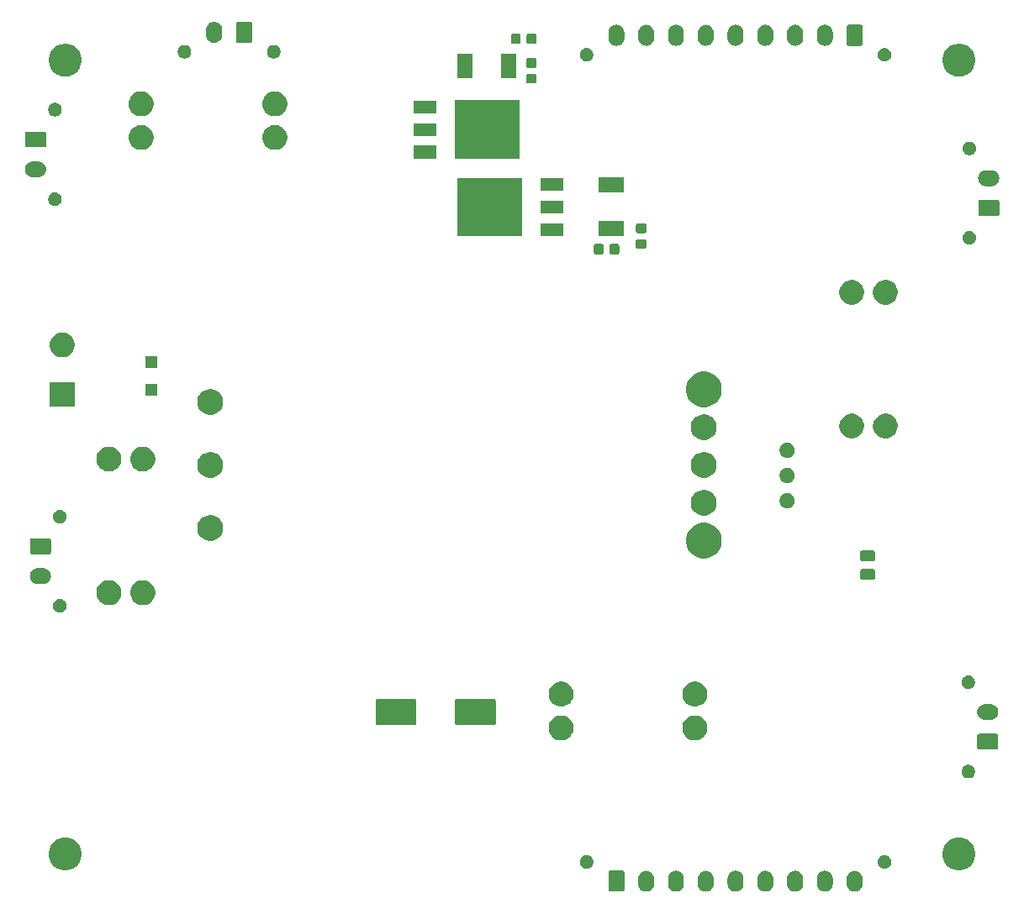
<source format=gbr>
G04 #@! TF.GenerationSoftware,KiCad,Pcbnew,(5.1.4)-1*
G04 #@! TF.CreationDate,2021-12-07T11:14:46-05:00*
G04 #@! TF.ProjectId,PowerBoard,506f7765-7242-46f6-9172-642e6b696361,rev?*
G04 #@! TF.SameCoordinates,Original*
G04 #@! TF.FileFunction,Soldermask,Top*
G04 #@! TF.FilePolarity,Negative*
%FSLAX46Y46*%
G04 Gerber Fmt 4.6, Leading zero omitted, Abs format (unit mm)*
G04 Created by KiCad (PCBNEW (5.1.4)-1) date 2021-12-07 11:14:46*
%MOMM*%
%LPD*%
G04 APERTURE LIST*
%ADD10C,0.100000*%
G04 APERTURE END LIST*
D10*
G36*
X144657022Y-121700590D02*
G01*
X144722511Y-121720456D01*
X144808012Y-121746392D01*
X144913193Y-121802613D01*
X144947164Y-121820771D01*
X145069133Y-121920867D01*
X145169229Y-122042835D01*
X145243608Y-122181987D01*
X145258875Y-122232318D01*
X145289410Y-122332977D01*
X145301000Y-122450655D01*
X145301000Y-123049345D01*
X145289410Y-123167023D01*
X145258875Y-123267682D01*
X145243608Y-123318013D01*
X145169229Y-123457165D01*
X145069133Y-123579133D01*
X144947165Y-123679229D01*
X144808013Y-123753608D01*
X144757682Y-123768875D01*
X144657023Y-123799410D01*
X144500000Y-123814875D01*
X144342978Y-123799410D01*
X144242319Y-123768875D01*
X144191988Y-123753608D01*
X144052836Y-123679229D01*
X143930868Y-123579133D01*
X143902035Y-123544000D01*
X143830772Y-123457165D01*
X143793582Y-123387588D01*
X143756392Y-123318013D01*
X143741125Y-123267682D01*
X143710590Y-123167023D01*
X143699000Y-123049345D01*
X143699000Y-122450656D01*
X143710590Y-122332978D01*
X143756392Y-122181989D01*
X143756392Y-122181988D01*
X143830771Y-122042836D01*
X143830772Y-122042835D01*
X143930867Y-121920867D01*
X144052835Y-121820771D01*
X144086806Y-121802613D01*
X144191987Y-121746392D01*
X144277488Y-121720456D01*
X144342977Y-121700590D01*
X144500000Y-121685125D01*
X144657022Y-121700590D01*
X144657022Y-121700590D01*
G37*
G36*
X126657022Y-121700590D02*
G01*
X126722511Y-121720456D01*
X126808012Y-121746392D01*
X126913193Y-121802613D01*
X126947164Y-121820771D01*
X127069133Y-121920867D01*
X127169229Y-122042835D01*
X127243608Y-122181987D01*
X127258875Y-122232318D01*
X127289410Y-122332977D01*
X127301000Y-122450655D01*
X127301000Y-123049345D01*
X127289410Y-123167023D01*
X127258875Y-123267682D01*
X127243608Y-123318013D01*
X127169229Y-123457165D01*
X127069133Y-123579133D01*
X126947165Y-123679229D01*
X126808013Y-123753608D01*
X126757682Y-123768875D01*
X126657023Y-123799410D01*
X126500000Y-123814875D01*
X126342978Y-123799410D01*
X126242319Y-123768875D01*
X126191988Y-123753608D01*
X126052836Y-123679229D01*
X125930868Y-123579133D01*
X125902035Y-123544000D01*
X125830772Y-123457165D01*
X125756392Y-123318013D01*
X125741125Y-123267682D01*
X125710590Y-123167023D01*
X125699000Y-123049345D01*
X125699000Y-122450656D01*
X125710590Y-122332978D01*
X125756392Y-122181989D01*
X125756392Y-122181988D01*
X125830771Y-122042836D01*
X125830772Y-122042835D01*
X125930867Y-121920867D01*
X126052835Y-121820771D01*
X126086806Y-121802613D01*
X126191987Y-121746392D01*
X126277488Y-121720456D01*
X126342977Y-121700590D01*
X126500000Y-121685125D01*
X126657022Y-121700590D01*
X126657022Y-121700590D01*
G37*
G36*
X123657022Y-121700590D02*
G01*
X123722511Y-121720456D01*
X123808012Y-121746392D01*
X123913193Y-121802613D01*
X123947164Y-121820771D01*
X124069133Y-121920867D01*
X124169229Y-122042835D01*
X124243608Y-122181987D01*
X124258875Y-122232318D01*
X124289410Y-122332977D01*
X124301000Y-122450655D01*
X124301000Y-123049345D01*
X124289410Y-123167023D01*
X124258875Y-123267682D01*
X124243608Y-123318013D01*
X124169229Y-123457165D01*
X124069133Y-123579133D01*
X123947165Y-123679229D01*
X123808013Y-123753608D01*
X123757682Y-123768875D01*
X123657023Y-123799410D01*
X123500000Y-123814875D01*
X123342978Y-123799410D01*
X123242319Y-123768875D01*
X123191988Y-123753608D01*
X123052836Y-123679229D01*
X122930868Y-123579133D01*
X122902035Y-123544000D01*
X122830772Y-123457165D01*
X122756392Y-123318013D01*
X122741125Y-123267682D01*
X122710590Y-123167023D01*
X122699000Y-123049345D01*
X122699000Y-122450656D01*
X122710590Y-122332978D01*
X122756392Y-122181989D01*
X122756392Y-122181988D01*
X122830771Y-122042836D01*
X122830772Y-122042835D01*
X122930867Y-121920867D01*
X123052835Y-121820771D01*
X123086806Y-121802613D01*
X123191987Y-121746392D01*
X123277488Y-121720456D01*
X123342977Y-121700590D01*
X123500000Y-121685125D01*
X123657022Y-121700590D01*
X123657022Y-121700590D01*
G37*
G36*
X129657022Y-121700590D02*
G01*
X129722511Y-121720456D01*
X129808012Y-121746392D01*
X129913193Y-121802613D01*
X129947164Y-121820771D01*
X130069133Y-121920867D01*
X130169229Y-122042835D01*
X130243608Y-122181987D01*
X130258875Y-122232318D01*
X130289410Y-122332977D01*
X130301000Y-122450655D01*
X130301000Y-123049345D01*
X130289410Y-123167023D01*
X130258875Y-123267682D01*
X130243608Y-123318013D01*
X130169229Y-123457165D01*
X130069133Y-123579133D01*
X129947165Y-123679229D01*
X129808013Y-123753608D01*
X129757682Y-123768875D01*
X129657023Y-123799410D01*
X129500000Y-123814875D01*
X129342978Y-123799410D01*
X129242319Y-123768875D01*
X129191988Y-123753608D01*
X129052836Y-123679229D01*
X128930868Y-123579133D01*
X128902035Y-123544000D01*
X128830772Y-123457165D01*
X128756392Y-123318013D01*
X128741125Y-123267682D01*
X128710590Y-123167023D01*
X128699000Y-123049345D01*
X128699000Y-122450656D01*
X128710590Y-122332978D01*
X128756392Y-122181989D01*
X128756392Y-122181988D01*
X128830771Y-122042836D01*
X128830772Y-122042835D01*
X128930867Y-121920867D01*
X129052835Y-121820771D01*
X129086806Y-121802613D01*
X129191987Y-121746392D01*
X129277488Y-121720456D01*
X129342977Y-121700590D01*
X129500000Y-121685125D01*
X129657022Y-121700590D01*
X129657022Y-121700590D01*
G37*
G36*
X132657022Y-121700590D02*
G01*
X132722511Y-121720456D01*
X132808012Y-121746392D01*
X132913193Y-121802613D01*
X132947164Y-121820771D01*
X133069133Y-121920867D01*
X133169229Y-122042835D01*
X133243608Y-122181987D01*
X133258875Y-122232318D01*
X133289410Y-122332977D01*
X133301000Y-122450655D01*
X133301000Y-123049345D01*
X133289410Y-123167023D01*
X133258875Y-123267682D01*
X133243608Y-123318013D01*
X133169229Y-123457165D01*
X133069133Y-123579133D01*
X132947165Y-123679229D01*
X132808013Y-123753608D01*
X132757682Y-123768875D01*
X132657023Y-123799410D01*
X132500000Y-123814875D01*
X132342978Y-123799410D01*
X132242319Y-123768875D01*
X132191988Y-123753608D01*
X132052836Y-123679229D01*
X131930868Y-123579133D01*
X131902035Y-123544000D01*
X131830772Y-123457165D01*
X131756392Y-123318013D01*
X131741125Y-123267682D01*
X131710590Y-123167023D01*
X131699000Y-123049345D01*
X131699000Y-122450656D01*
X131710590Y-122332978D01*
X131756392Y-122181989D01*
X131756392Y-122181988D01*
X131830771Y-122042836D01*
X131830772Y-122042835D01*
X131930867Y-121920867D01*
X132052835Y-121820771D01*
X132086806Y-121802613D01*
X132191987Y-121746392D01*
X132277488Y-121720456D01*
X132342977Y-121700590D01*
X132500000Y-121685125D01*
X132657022Y-121700590D01*
X132657022Y-121700590D01*
G37*
G36*
X138657022Y-121700590D02*
G01*
X138722511Y-121720456D01*
X138808012Y-121746392D01*
X138913193Y-121802613D01*
X138947164Y-121820771D01*
X139069133Y-121920867D01*
X139169229Y-122042835D01*
X139243608Y-122181987D01*
X139258875Y-122232318D01*
X139289410Y-122332977D01*
X139301000Y-122450655D01*
X139301000Y-123049345D01*
X139289410Y-123167023D01*
X139258875Y-123267682D01*
X139243608Y-123318013D01*
X139169229Y-123457165D01*
X139069133Y-123579133D01*
X138947165Y-123679229D01*
X138808013Y-123753608D01*
X138757682Y-123768875D01*
X138657023Y-123799410D01*
X138500000Y-123814875D01*
X138342978Y-123799410D01*
X138242319Y-123768875D01*
X138191988Y-123753608D01*
X138052836Y-123679229D01*
X137930868Y-123579133D01*
X137902035Y-123544000D01*
X137830772Y-123457165D01*
X137793582Y-123387588D01*
X137756392Y-123318013D01*
X137741125Y-123267682D01*
X137710590Y-123167023D01*
X137699000Y-123049345D01*
X137699000Y-122450656D01*
X137710590Y-122332978D01*
X137756392Y-122181989D01*
X137756392Y-122181988D01*
X137830771Y-122042836D01*
X137830772Y-122042835D01*
X137930867Y-121920867D01*
X138052835Y-121820771D01*
X138086806Y-121802613D01*
X138191987Y-121746392D01*
X138277488Y-121720456D01*
X138342977Y-121700590D01*
X138500000Y-121685125D01*
X138657022Y-121700590D01*
X138657022Y-121700590D01*
G37*
G36*
X135657022Y-121700590D02*
G01*
X135722511Y-121720456D01*
X135808012Y-121746392D01*
X135913193Y-121802613D01*
X135947164Y-121820771D01*
X136069133Y-121920867D01*
X136169229Y-122042835D01*
X136243608Y-122181987D01*
X136258875Y-122232318D01*
X136289410Y-122332977D01*
X136301000Y-122450655D01*
X136301000Y-123049345D01*
X136289410Y-123167023D01*
X136258875Y-123267682D01*
X136243608Y-123318013D01*
X136169229Y-123457165D01*
X136069133Y-123579133D01*
X135947165Y-123679229D01*
X135808013Y-123753608D01*
X135757682Y-123768875D01*
X135657023Y-123799410D01*
X135500000Y-123814875D01*
X135342978Y-123799410D01*
X135242319Y-123768875D01*
X135191988Y-123753608D01*
X135052836Y-123679229D01*
X134930868Y-123579133D01*
X134902035Y-123544000D01*
X134830772Y-123457165D01*
X134793582Y-123387588D01*
X134756392Y-123318013D01*
X134741125Y-123267682D01*
X134710590Y-123167023D01*
X134699000Y-123049345D01*
X134699000Y-122450656D01*
X134710590Y-122332978D01*
X134756392Y-122181989D01*
X134756392Y-122181988D01*
X134830771Y-122042836D01*
X134830772Y-122042835D01*
X134930867Y-121920867D01*
X135052835Y-121820771D01*
X135086806Y-121802613D01*
X135191987Y-121746392D01*
X135277488Y-121720456D01*
X135342977Y-121700590D01*
X135500000Y-121685125D01*
X135657022Y-121700590D01*
X135657022Y-121700590D01*
G37*
G36*
X141657022Y-121700590D02*
G01*
X141722511Y-121720456D01*
X141808012Y-121746392D01*
X141913193Y-121802613D01*
X141947164Y-121820771D01*
X142069133Y-121920867D01*
X142169229Y-122042835D01*
X142243608Y-122181987D01*
X142258875Y-122232318D01*
X142289410Y-122332977D01*
X142301000Y-122450655D01*
X142301000Y-123049345D01*
X142289410Y-123167023D01*
X142258875Y-123267682D01*
X142243608Y-123318013D01*
X142169229Y-123457165D01*
X142069133Y-123579133D01*
X141947165Y-123679229D01*
X141808013Y-123753608D01*
X141757682Y-123768875D01*
X141657023Y-123799410D01*
X141500000Y-123814875D01*
X141342978Y-123799410D01*
X141242319Y-123768875D01*
X141191988Y-123753608D01*
X141052836Y-123679229D01*
X140930868Y-123579133D01*
X140902035Y-123544000D01*
X140830772Y-123457165D01*
X140793582Y-123387588D01*
X140756392Y-123318013D01*
X140741125Y-123267682D01*
X140710590Y-123167023D01*
X140699000Y-123049345D01*
X140699000Y-122450656D01*
X140710590Y-122332978D01*
X140756392Y-122181989D01*
X140756392Y-122181988D01*
X140830771Y-122042836D01*
X140830772Y-122042835D01*
X140930867Y-121920867D01*
X141052835Y-121820771D01*
X141086806Y-121802613D01*
X141191987Y-121746392D01*
X141277488Y-121720456D01*
X141342977Y-121700590D01*
X141500000Y-121685125D01*
X141657022Y-121700590D01*
X141657022Y-121700590D01*
G37*
G36*
X121153048Y-121693122D02*
G01*
X121187387Y-121703539D01*
X121219036Y-121720456D01*
X121246778Y-121743222D01*
X121269544Y-121770964D01*
X121286461Y-121802613D01*
X121296878Y-121836952D01*
X121301000Y-121878807D01*
X121301000Y-123621193D01*
X121296878Y-123663048D01*
X121286461Y-123697387D01*
X121269544Y-123729036D01*
X121246778Y-123756778D01*
X121219036Y-123779544D01*
X121187387Y-123796461D01*
X121153048Y-123806878D01*
X121111193Y-123811000D01*
X119888807Y-123811000D01*
X119846952Y-123806878D01*
X119812613Y-123796461D01*
X119780964Y-123779544D01*
X119753222Y-123756778D01*
X119730456Y-123729036D01*
X119713539Y-123697387D01*
X119703122Y-123663048D01*
X119699000Y-123621193D01*
X119699000Y-121878807D01*
X119703122Y-121836952D01*
X119713539Y-121802613D01*
X119730456Y-121770964D01*
X119753222Y-121743222D01*
X119780964Y-121720456D01*
X119812613Y-121703539D01*
X119846952Y-121693122D01*
X119888807Y-121689000D01*
X121111193Y-121689000D01*
X121153048Y-121693122D01*
X121153048Y-121693122D01*
G37*
G36*
X65375256Y-118391298D02*
G01*
X65481579Y-118412447D01*
X65782042Y-118536903D01*
X66052451Y-118717585D01*
X66282415Y-118947549D01*
X66282416Y-118947551D01*
X66463098Y-119217960D01*
X66587553Y-119518422D01*
X66651000Y-119837389D01*
X66651000Y-120162611D01*
X66647128Y-120182075D01*
X66587553Y-120481579D01*
X66542684Y-120589902D01*
X66487788Y-120722434D01*
X66463097Y-120782042D01*
X66282415Y-121052451D01*
X66052451Y-121282415D01*
X65782042Y-121463097D01*
X65782041Y-121463098D01*
X65782040Y-121463098D01*
X65694037Y-121499550D01*
X65481579Y-121587553D01*
X65375256Y-121608702D01*
X65162611Y-121651000D01*
X64837389Y-121651000D01*
X64624744Y-121608702D01*
X64518421Y-121587553D01*
X64305963Y-121499550D01*
X64217960Y-121463098D01*
X64217959Y-121463098D01*
X64217958Y-121463097D01*
X63947549Y-121282415D01*
X63717585Y-121052451D01*
X63536903Y-120782042D01*
X63512213Y-120722434D01*
X63457316Y-120589902D01*
X63412447Y-120481579D01*
X63352872Y-120182075D01*
X63349000Y-120162611D01*
X63349000Y-119837389D01*
X63412447Y-119518422D01*
X63536902Y-119217960D01*
X63717584Y-118947551D01*
X63717585Y-118947549D01*
X63947549Y-118717585D01*
X64217958Y-118536903D01*
X64518421Y-118412447D01*
X64624744Y-118391298D01*
X64837389Y-118349000D01*
X65162611Y-118349000D01*
X65375256Y-118391298D01*
X65375256Y-118391298D01*
G37*
G36*
X155375256Y-118391298D02*
G01*
X155481579Y-118412447D01*
X155782042Y-118536903D01*
X156052451Y-118717585D01*
X156282415Y-118947549D01*
X156282416Y-118947551D01*
X156463098Y-119217960D01*
X156587553Y-119518422D01*
X156651000Y-119837389D01*
X156651000Y-120162611D01*
X156647128Y-120182075D01*
X156587553Y-120481579D01*
X156542684Y-120589902D01*
X156487788Y-120722434D01*
X156463097Y-120782042D01*
X156282415Y-121052451D01*
X156052451Y-121282415D01*
X155782042Y-121463097D01*
X155782041Y-121463098D01*
X155782040Y-121463098D01*
X155694037Y-121499550D01*
X155481579Y-121587553D01*
X155375256Y-121608702D01*
X155162611Y-121651000D01*
X154837389Y-121651000D01*
X154624744Y-121608702D01*
X154518421Y-121587553D01*
X154305963Y-121499550D01*
X154217960Y-121463098D01*
X154217959Y-121463098D01*
X154217958Y-121463097D01*
X153947549Y-121282415D01*
X153717585Y-121052451D01*
X153536903Y-120782042D01*
X153512213Y-120722434D01*
X153457316Y-120589902D01*
X153412447Y-120481579D01*
X153352872Y-120182075D01*
X153349000Y-120162611D01*
X153349000Y-119837389D01*
X153412447Y-119518422D01*
X153536902Y-119217960D01*
X153717584Y-118947551D01*
X153717585Y-118947549D01*
X153947549Y-118717585D01*
X154217958Y-118536903D01*
X154518421Y-118412447D01*
X154624744Y-118391298D01*
X154837389Y-118349000D01*
X155162611Y-118349000D01*
X155375256Y-118391298D01*
X155375256Y-118391298D01*
G37*
G36*
X147700098Y-120130362D02*
G01*
X147777953Y-120162611D01*
X147824943Y-120182075D01*
X147937299Y-120257149D01*
X148032851Y-120352701D01*
X148107926Y-120465059D01*
X148159638Y-120589902D01*
X148186000Y-120722434D01*
X148186000Y-120857566D01*
X148159638Y-120990098D01*
X148133811Y-121052449D01*
X148107925Y-121114943D01*
X148032851Y-121227299D01*
X147937299Y-121322851D01*
X147824943Y-121397925D01*
X147824942Y-121397926D01*
X147824941Y-121397926D01*
X147700098Y-121449638D01*
X147567566Y-121476000D01*
X147432434Y-121476000D01*
X147299902Y-121449638D01*
X147175059Y-121397926D01*
X147175058Y-121397926D01*
X147175057Y-121397925D01*
X147062701Y-121322851D01*
X146967149Y-121227299D01*
X146892075Y-121114943D01*
X146866189Y-121052449D01*
X146840362Y-120990098D01*
X146814000Y-120857566D01*
X146814000Y-120722434D01*
X146840362Y-120589902D01*
X146892074Y-120465059D01*
X146967149Y-120352701D01*
X147062701Y-120257149D01*
X147175057Y-120182075D01*
X147222047Y-120162611D01*
X147299902Y-120130362D01*
X147432434Y-120104000D01*
X147567566Y-120104000D01*
X147700098Y-120130362D01*
X147700098Y-120130362D01*
G37*
G36*
X117700098Y-120130362D02*
G01*
X117777953Y-120162611D01*
X117824943Y-120182075D01*
X117937299Y-120257149D01*
X118032851Y-120352701D01*
X118107926Y-120465059D01*
X118159638Y-120589902D01*
X118186000Y-120722434D01*
X118186000Y-120857566D01*
X118159638Y-120990098D01*
X118133811Y-121052449D01*
X118107925Y-121114943D01*
X118032851Y-121227299D01*
X117937299Y-121322851D01*
X117824943Y-121397925D01*
X117824942Y-121397926D01*
X117824941Y-121397926D01*
X117700098Y-121449638D01*
X117567566Y-121476000D01*
X117432434Y-121476000D01*
X117299902Y-121449638D01*
X117175059Y-121397926D01*
X117175058Y-121397926D01*
X117175057Y-121397925D01*
X117062701Y-121322851D01*
X116967149Y-121227299D01*
X116892075Y-121114943D01*
X116866189Y-121052449D01*
X116840362Y-120990098D01*
X116814000Y-120857566D01*
X116814000Y-120722434D01*
X116840362Y-120589902D01*
X116892074Y-120465059D01*
X116967149Y-120352701D01*
X117062701Y-120257149D01*
X117175057Y-120182075D01*
X117222047Y-120162611D01*
X117299902Y-120130362D01*
X117432434Y-120104000D01*
X117567566Y-120104000D01*
X117700098Y-120130362D01*
X117700098Y-120130362D01*
G37*
G36*
X156140098Y-111040362D02*
G01*
X156264941Y-111092074D01*
X156264943Y-111092075D01*
X156377299Y-111167149D01*
X156472851Y-111262701D01*
X156547926Y-111375059D01*
X156599638Y-111499902D01*
X156626000Y-111632434D01*
X156626000Y-111767566D01*
X156599638Y-111900098D01*
X156547926Y-112024941D01*
X156547925Y-112024943D01*
X156472851Y-112137299D01*
X156377299Y-112232851D01*
X156264943Y-112307925D01*
X156264942Y-112307926D01*
X156264941Y-112307926D01*
X156140098Y-112359638D01*
X156007566Y-112386000D01*
X155872434Y-112386000D01*
X155739902Y-112359638D01*
X155615059Y-112307926D01*
X155615058Y-112307926D01*
X155615057Y-112307925D01*
X155502701Y-112232851D01*
X155407149Y-112137299D01*
X155332075Y-112024943D01*
X155332074Y-112024941D01*
X155280362Y-111900098D01*
X155254000Y-111767566D01*
X155254000Y-111632434D01*
X155280362Y-111499902D01*
X155332074Y-111375059D01*
X155407149Y-111262701D01*
X155502701Y-111167149D01*
X155615057Y-111092075D01*
X155615059Y-111092074D01*
X155739902Y-111040362D01*
X155872434Y-111014000D01*
X156007566Y-111014000D01*
X156140098Y-111040362D01*
X156140098Y-111040362D01*
G37*
G36*
X158813048Y-107903122D02*
G01*
X158847387Y-107913539D01*
X158879036Y-107930456D01*
X158906778Y-107953222D01*
X158929544Y-107980964D01*
X158946461Y-108012613D01*
X158956878Y-108046952D01*
X158961000Y-108088807D01*
X158961000Y-109311193D01*
X158956878Y-109353048D01*
X158946461Y-109387387D01*
X158929544Y-109419036D01*
X158906778Y-109446778D01*
X158879036Y-109469544D01*
X158847387Y-109486461D01*
X158813048Y-109496878D01*
X158771193Y-109501000D01*
X157028807Y-109501000D01*
X156986952Y-109496878D01*
X156952613Y-109486461D01*
X156920964Y-109469544D01*
X156893222Y-109446778D01*
X156870456Y-109419036D01*
X156853539Y-109387387D01*
X156843122Y-109353048D01*
X156839000Y-109311193D01*
X156839000Y-108088807D01*
X156843122Y-108046952D01*
X156853539Y-108012613D01*
X156870456Y-107980964D01*
X156893222Y-107953222D01*
X156920964Y-107930456D01*
X156952613Y-107913539D01*
X156986952Y-107903122D01*
X157028807Y-107899000D01*
X158771193Y-107899000D01*
X158813048Y-107903122D01*
X158813048Y-107903122D01*
G37*
G36*
X115294903Y-106097075D02*
G01*
X115522571Y-106191378D01*
X115727466Y-106328285D01*
X115901715Y-106502534D01*
X116038622Y-106707429D01*
X116132925Y-106935097D01*
X116181000Y-107176787D01*
X116181000Y-107423213D01*
X116132925Y-107664903D01*
X116038622Y-107892571D01*
X115901715Y-108097466D01*
X115727466Y-108271715D01*
X115522571Y-108408622D01*
X115522570Y-108408623D01*
X115522569Y-108408623D01*
X115294903Y-108502925D01*
X115053214Y-108551000D01*
X114806786Y-108551000D01*
X114565097Y-108502925D01*
X114337431Y-108408623D01*
X114337430Y-108408623D01*
X114337429Y-108408622D01*
X114132534Y-108271715D01*
X113958285Y-108097466D01*
X113821378Y-107892571D01*
X113727075Y-107664903D01*
X113679000Y-107423213D01*
X113679000Y-107176787D01*
X113727075Y-106935097D01*
X113821378Y-106707429D01*
X113958285Y-106502534D01*
X114132534Y-106328285D01*
X114337429Y-106191378D01*
X114565097Y-106097075D01*
X114806786Y-106049000D01*
X115053214Y-106049000D01*
X115294903Y-106097075D01*
X115294903Y-106097075D01*
G37*
G36*
X128764903Y-106097075D02*
G01*
X128992571Y-106191378D01*
X129197466Y-106328285D01*
X129371715Y-106502534D01*
X129508622Y-106707429D01*
X129602925Y-106935097D01*
X129651000Y-107176787D01*
X129651000Y-107423213D01*
X129602925Y-107664903D01*
X129508622Y-107892571D01*
X129371715Y-108097466D01*
X129197466Y-108271715D01*
X128992571Y-108408622D01*
X128992570Y-108408623D01*
X128992569Y-108408623D01*
X128764903Y-108502925D01*
X128523214Y-108551000D01*
X128276786Y-108551000D01*
X128035097Y-108502925D01*
X127807431Y-108408623D01*
X127807430Y-108408623D01*
X127807429Y-108408622D01*
X127602534Y-108271715D01*
X127428285Y-108097466D01*
X127291378Y-107892571D01*
X127197075Y-107664903D01*
X127149000Y-107423213D01*
X127149000Y-107176787D01*
X127197075Y-106935097D01*
X127291378Y-106707429D01*
X127428285Y-106502534D01*
X127602534Y-106328285D01*
X127807429Y-106191378D01*
X128035097Y-106097075D01*
X128276786Y-106049000D01*
X128523214Y-106049000D01*
X128764903Y-106097075D01*
X128764903Y-106097075D01*
G37*
G36*
X100221934Y-104402671D02*
G01*
X100251877Y-104411754D01*
X100279465Y-104426500D01*
X100303651Y-104446349D01*
X100323500Y-104470535D01*
X100338246Y-104498123D01*
X100347329Y-104528066D01*
X100351000Y-104565340D01*
X100351000Y-106834660D01*
X100347329Y-106871934D01*
X100338246Y-106901877D01*
X100323500Y-106929465D01*
X100303651Y-106953651D01*
X100279465Y-106973500D01*
X100251877Y-106988246D01*
X100221934Y-106997329D01*
X100184660Y-107001000D01*
X96415340Y-107001000D01*
X96378066Y-106997329D01*
X96348123Y-106988246D01*
X96320535Y-106973500D01*
X96296349Y-106953651D01*
X96276500Y-106929465D01*
X96261754Y-106901877D01*
X96252671Y-106871934D01*
X96249000Y-106834660D01*
X96249000Y-104565340D01*
X96252671Y-104528066D01*
X96261754Y-104498123D01*
X96276500Y-104470535D01*
X96296349Y-104446349D01*
X96320535Y-104426500D01*
X96348123Y-104411754D01*
X96378066Y-104402671D01*
X96415340Y-104399000D01*
X100184660Y-104399000D01*
X100221934Y-104402671D01*
X100221934Y-104402671D01*
G37*
G36*
X108221934Y-104402671D02*
G01*
X108251877Y-104411754D01*
X108279465Y-104426500D01*
X108303651Y-104446349D01*
X108323500Y-104470535D01*
X108338246Y-104498123D01*
X108347329Y-104528066D01*
X108351000Y-104565340D01*
X108351000Y-106834660D01*
X108347329Y-106871934D01*
X108338246Y-106901877D01*
X108323500Y-106929465D01*
X108303651Y-106953651D01*
X108279465Y-106973500D01*
X108251877Y-106988246D01*
X108221934Y-106997329D01*
X108184660Y-107001000D01*
X104415340Y-107001000D01*
X104378066Y-106997329D01*
X104348123Y-106988246D01*
X104320535Y-106973500D01*
X104296349Y-106953651D01*
X104276500Y-106929465D01*
X104261754Y-106901877D01*
X104252671Y-106871934D01*
X104249000Y-106834660D01*
X104249000Y-104565340D01*
X104252671Y-104528066D01*
X104261754Y-104498123D01*
X104276500Y-104470535D01*
X104296349Y-104446349D01*
X104320535Y-104426500D01*
X104348123Y-104411754D01*
X104378066Y-104402671D01*
X104415340Y-104399000D01*
X108184660Y-104399000D01*
X108221934Y-104402671D01*
X108221934Y-104402671D01*
G37*
G36*
X158238571Y-104902863D02*
G01*
X158317023Y-104910590D01*
X158417682Y-104941125D01*
X158468013Y-104956392D01*
X158607165Y-105030771D01*
X158729133Y-105130867D01*
X158829229Y-105252835D01*
X158903608Y-105391987D01*
X158903608Y-105391988D01*
X158949410Y-105542977D01*
X158964875Y-105700000D01*
X158949410Y-105857023D01*
X158918875Y-105957682D01*
X158903608Y-106008013D01*
X158829229Y-106147165D01*
X158729133Y-106269133D01*
X158607165Y-106369229D01*
X158468013Y-106443608D01*
X158417682Y-106458875D01*
X158317023Y-106489410D01*
X158238571Y-106497137D01*
X158199346Y-106501000D01*
X157600654Y-106501000D01*
X157561429Y-106497137D01*
X157482977Y-106489410D01*
X157382318Y-106458875D01*
X157331987Y-106443608D01*
X157192835Y-106369229D01*
X157070867Y-106269133D01*
X156970771Y-106147165D01*
X156896392Y-106008013D01*
X156881125Y-105957682D01*
X156850590Y-105857023D01*
X156835125Y-105700000D01*
X156850590Y-105542977D01*
X156896392Y-105391988D01*
X156896392Y-105391987D01*
X156970771Y-105252835D01*
X157070867Y-105130867D01*
X157192835Y-105030771D01*
X157331987Y-104956392D01*
X157382318Y-104941125D01*
X157482977Y-104910590D01*
X157561429Y-104902863D01*
X157600654Y-104899000D01*
X158199346Y-104899000D01*
X158238571Y-104902863D01*
X158238571Y-104902863D01*
G37*
G36*
X128764903Y-102697075D02*
G01*
X128935082Y-102767565D01*
X128992571Y-102791378D01*
X129197466Y-102928285D01*
X129371715Y-103102534D01*
X129371716Y-103102536D01*
X129508623Y-103307431D01*
X129602925Y-103535097D01*
X129651000Y-103776786D01*
X129651000Y-104023214D01*
X129602925Y-104264903D01*
X129535990Y-104426500D01*
X129508622Y-104492571D01*
X129371715Y-104697466D01*
X129197466Y-104871715D01*
X128992571Y-105008622D01*
X128992570Y-105008623D01*
X128992569Y-105008623D01*
X128764903Y-105102925D01*
X128523214Y-105151000D01*
X128276786Y-105151000D01*
X128035097Y-105102925D01*
X127807431Y-105008623D01*
X127807430Y-105008623D01*
X127807429Y-105008622D01*
X127602534Y-104871715D01*
X127428285Y-104697466D01*
X127291378Y-104492571D01*
X127264011Y-104426500D01*
X127197075Y-104264903D01*
X127149000Y-104023214D01*
X127149000Y-103776786D01*
X127197075Y-103535097D01*
X127291377Y-103307431D01*
X127428284Y-103102536D01*
X127428285Y-103102534D01*
X127602534Y-102928285D01*
X127807429Y-102791378D01*
X127864919Y-102767565D01*
X128035097Y-102697075D01*
X128276786Y-102649000D01*
X128523214Y-102649000D01*
X128764903Y-102697075D01*
X128764903Y-102697075D01*
G37*
G36*
X115294903Y-102697075D02*
G01*
X115465082Y-102767565D01*
X115522571Y-102791378D01*
X115727466Y-102928285D01*
X115901715Y-103102534D01*
X115901716Y-103102536D01*
X116038623Y-103307431D01*
X116132925Y-103535097D01*
X116181000Y-103776786D01*
X116181000Y-104023214D01*
X116132925Y-104264903D01*
X116065990Y-104426500D01*
X116038622Y-104492571D01*
X115901715Y-104697466D01*
X115727466Y-104871715D01*
X115522571Y-105008622D01*
X115522570Y-105008623D01*
X115522569Y-105008623D01*
X115294903Y-105102925D01*
X115053214Y-105151000D01*
X114806786Y-105151000D01*
X114565097Y-105102925D01*
X114337431Y-105008623D01*
X114337430Y-105008623D01*
X114337429Y-105008622D01*
X114132534Y-104871715D01*
X113958285Y-104697466D01*
X113821378Y-104492571D01*
X113794011Y-104426500D01*
X113727075Y-104264903D01*
X113679000Y-104023214D01*
X113679000Y-103776786D01*
X113727075Y-103535097D01*
X113821377Y-103307431D01*
X113958284Y-103102536D01*
X113958285Y-103102534D01*
X114132534Y-102928285D01*
X114337429Y-102791378D01*
X114394919Y-102767565D01*
X114565097Y-102697075D01*
X114806786Y-102649000D01*
X115053214Y-102649000D01*
X115294903Y-102697075D01*
X115294903Y-102697075D01*
G37*
G36*
X156140098Y-102040362D02*
G01*
X156264941Y-102092074D01*
X156264943Y-102092075D01*
X156377299Y-102167149D01*
X156472851Y-102262701D01*
X156547926Y-102375059D01*
X156599638Y-102499902D01*
X156626000Y-102632434D01*
X156626000Y-102767566D01*
X156599638Y-102900098D01*
X156587962Y-102928285D01*
X156547925Y-103024943D01*
X156472851Y-103137299D01*
X156377299Y-103232851D01*
X156264943Y-103307925D01*
X156264942Y-103307926D01*
X156264941Y-103307926D01*
X156140098Y-103359638D01*
X156007566Y-103386000D01*
X155872434Y-103386000D01*
X155739902Y-103359638D01*
X155615059Y-103307926D01*
X155615058Y-103307926D01*
X155615057Y-103307925D01*
X155502701Y-103232851D01*
X155407149Y-103137299D01*
X155332075Y-103024943D01*
X155292038Y-102928285D01*
X155280362Y-102900098D01*
X155254000Y-102767566D01*
X155254000Y-102632434D01*
X155280362Y-102499902D01*
X155332074Y-102375059D01*
X155407149Y-102262701D01*
X155502701Y-102167149D01*
X155615057Y-102092075D01*
X155615059Y-102092074D01*
X155739902Y-102040362D01*
X155872434Y-102014000D01*
X156007566Y-102014000D01*
X156140098Y-102040362D01*
X156140098Y-102040362D01*
G37*
G36*
X64660098Y-94340362D02*
G01*
X64784941Y-94392074D01*
X64784943Y-94392075D01*
X64897299Y-94467149D01*
X64992851Y-94562701D01*
X65045647Y-94641715D01*
X65067926Y-94675059D01*
X65119638Y-94799902D01*
X65146000Y-94932434D01*
X65146000Y-95067566D01*
X65119638Y-95200098D01*
X65067926Y-95324941D01*
X65067925Y-95324943D01*
X64992851Y-95437299D01*
X64897299Y-95532851D01*
X64784943Y-95607925D01*
X64784942Y-95607926D01*
X64784941Y-95607926D01*
X64660098Y-95659638D01*
X64527566Y-95686000D01*
X64392434Y-95686000D01*
X64259902Y-95659638D01*
X64135059Y-95607926D01*
X64135058Y-95607926D01*
X64135057Y-95607925D01*
X64022701Y-95532851D01*
X63927149Y-95437299D01*
X63852075Y-95324943D01*
X63852074Y-95324941D01*
X63800362Y-95200098D01*
X63774000Y-95067566D01*
X63774000Y-94932434D01*
X63800362Y-94799902D01*
X63852074Y-94675059D01*
X63874354Y-94641715D01*
X63927149Y-94562701D01*
X64022701Y-94467149D01*
X64135057Y-94392075D01*
X64135059Y-94392074D01*
X64259902Y-94340362D01*
X64392434Y-94314000D01*
X64527566Y-94314000D01*
X64660098Y-94340362D01*
X64660098Y-94340362D01*
G37*
G36*
X73164903Y-92467075D02*
G01*
X73392571Y-92561378D01*
X73597466Y-92698285D01*
X73771715Y-92872534D01*
X73908622Y-93077429D01*
X74002925Y-93305097D01*
X74051000Y-93546787D01*
X74051000Y-93793213D01*
X74002925Y-94034903D01*
X73908622Y-94262571D01*
X73771715Y-94467466D01*
X73597466Y-94641715D01*
X73392571Y-94778622D01*
X73392570Y-94778623D01*
X73392569Y-94778623D01*
X73164903Y-94872925D01*
X72923214Y-94921000D01*
X72676786Y-94921000D01*
X72435097Y-94872925D01*
X72207431Y-94778623D01*
X72207430Y-94778623D01*
X72207429Y-94778622D01*
X72002534Y-94641715D01*
X71828285Y-94467466D01*
X71691378Y-94262571D01*
X71597075Y-94034903D01*
X71549000Y-93793213D01*
X71549000Y-93546787D01*
X71597075Y-93305097D01*
X71691378Y-93077429D01*
X71828285Y-92872534D01*
X72002534Y-92698285D01*
X72207429Y-92561378D01*
X72435097Y-92467075D01*
X72676786Y-92419000D01*
X72923214Y-92419000D01*
X73164903Y-92467075D01*
X73164903Y-92467075D01*
G37*
G36*
X69764903Y-92467075D02*
G01*
X69992571Y-92561378D01*
X70197466Y-92698285D01*
X70371715Y-92872534D01*
X70508622Y-93077429D01*
X70602925Y-93305097D01*
X70651000Y-93546787D01*
X70651000Y-93793213D01*
X70602925Y-94034903D01*
X70508622Y-94262571D01*
X70371715Y-94467466D01*
X70197466Y-94641715D01*
X69992571Y-94778622D01*
X69992570Y-94778623D01*
X69992569Y-94778623D01*
X69764903Y-94872925D01*
X69523214Y-94921000D01*
X69276786Y-94921000D01*
X69035097Y-94872925D01*
X68807431Y-94778623D01*
X68807430Y-94778623D01*
X68807429Y-94778622D01*
X68602534Y-94641715D01*
X68428285Y-94467466D01*
X68291378Y-94262571D01*
X68197075Y-94034903D01*
X68149000Y-93793213D01*
X68149000Y-93546787D01*
X68197075Y-93305097D01*
X68291378Y-93077429D01*
X68428285Y-92872534D01*
X68602534Y-92698285D01*
X68807429Y-92561378D01*
X69035097Y-92467075D01*
X69276786Y-92419000D01*
X69523214Y-92419000D01*
X69764903Y-92467075D01*
X69764903Y-92467075D01*
G37*
G36*
X62838571Y-91202863D02*
G01*
X62917023Y-91210590D01*
X63017682Y-91241125D01*
X63068013Y-91256392D01*
X63207165Y-91330771D01*
X63329133Y-91430867D01*
X63429229Y-91552835D01*
X63503608Y-91691987D01*
X63503608Y-91691988D01*
X63549410Y-91842977D01*
X63564875Y-92000000D01*
X63549410Y-92157023D01*
X63533501Y-92209468D01*
X63503608Y-92308013D01*
X63429229Y-92447165D01*
X63329133Y-92569133D01*
X63207165Y-92669229D01*
X63068013Y-92743608D01*
X63017682Y-92758875D01*
X62917023Y-92789410D01*
X62838571Y-92797137D01*
X62799346Y-92801000D01*
X62200654Y-92801000D01*
X62161429Y-92797137D01*
X62082977Y-92789410D01*
X61982318Y-92758875D01*
X61931987Y-92743608D01*
X61792835Y-92669229D01*
X61670867Y-92569133D01*
X61570771Y-92447165D01*
X61496392Y-92308013D01*
X61466499Y-92209468D01*
X61450590Y-92157023D01*
X61435125Y-92000000D01*
X61450590Y-91842977D01*
X61496392Y-91691988D01*
X61496392Y-91691987D01*
X61570771Y-91552835D01*
X61670867Y-91430867D01*
X61792835Y-91330771D01*
X61931987Y-91256392D01*
X61982318Y-91241125D01*
X62082977Y-91210590D01*
X62161429Y-91202863D01*
X62200654Y-91199000D01*
X62799346Y-91199000D01*
X62838571Y-91202863D01*
X62838571Y-91202863D01*
G37*
G36*
X146384468Y-91303565D02*
G01*
X146423138Y-91315296D01*
X146458777Y-91334346D01*
X146490017Y-91359983D01*
X146515654Y-91391223D01*
X146534704Y-91426862D01*
X146546435Y-91465532D01*
X146551000Y-91511888D01*
X146551000Y-92163112D01*
X146546435Y-92209468D01*
X146534704Y-92248138D01*
X146515654Y-92283777D01*
X146490017Y-92315017D01*
X146458777Y-92340654D01*
X146423138Y-92359704D01*
X146384468Y-92371435D01*
X146338112Y-92376000D01*
X145261888Y-92376000D01*
X145215532Y-92371435D01*
X145176862Y-92359704D01*
X145141223Y-92340654D01*
X145109983Y-92315017D01*
X145084346Y-92283777D01*
X145065296Y-92248138D01*
X145053565Y-92209468D01*
X145049000Y-92163112D01*
X145049000Y-91511888D01*
X145053565Y-91465532D01*
X145065296Y-91426862D01*
X145084346Y-91391223D01*
X145109983Y-91359983D01*
X145141223Y-91334346D01*
X145176862Y-91315296D01*
X145215532Y-91303565D01*
X145261888Y-91299000D01*
X146338112Y-91299000D01*
X146384468Y-91303565D01*
X146384468Y-91303565D01*
G37*
G36*
X146384468Y-89428565D02*
G01*
X146423138Y-89440296D01*
X146458777Y-89459346D01*
X146490017Y-89484983D01*
X146515654Y-89516223D01*
X146534704Y-89551862D01*
X146546435Y-89590532D01*
X146551000Y-89636888D01*
X146551000Y-90288112D01*
X146546435Y-90334468D01*
X146534704Y-90373138D01*
X146515654Y-90408777D01*
X146490017Y-90440017D01*
X146458777Y-90465654D01*
X146423138Y-90484704D01*
X146384468Y-90496435D01*
X146338112Y-90501000D01*
X145261888Y-90501000D01*
X145215532Y-90496435D01*
X145176862Y-90484704D01*
X145141223Y-90465654D01*
X145109983Y-90440017D01*
X145084346Y-90408777D01*
X145065296Y-90373138D01*
X145053565Y-90334468D01*
X145049000Y-90288112D01*
X145049000Y-89636888D01*
X145053565Y-89590532D01*
X145065296Y-89551862D01*
X145084346Y-89516223D01*
X145109983Y-89484983D01*
X145141223Y-89459346D01*
X145176862Y-89440296D01*
X145215532Y-89428565D01*
X145261888Y-89424000D01*
X146338112Y-89424000D01*
X146384468Y-89428565D01*
X146384468Y-89428565D01*
G37*
G36*
X129825331Y-86688211D02*
G01*
X130153092Y-86823974D01*
X130448070Y-87021072D01*
X130698928Y-87271930D01*
X130896026Y-87566908D01*
X131031789Y-87894669D01*
X131101000Y-88242616D01*
X131101000Y-88597384D01*
X131031789Y-88945331D01*
X130896026Y-89273092D01*
X130698928Y-89568070D01*
X130448070Y-89818928D01*
X130153092Y-90016026D01*
X129825331Y-90151789D01*
X129477384Y-90221000D01*
X129122616Y-90221000D01*
X128774669Y-90151789D01*
X128446908Y-90016026D01*
X128151930Y-89818928D01*
X127901072Y-89568070D01*
X127703974Y-89273092D01*
X127568211Y-88945331D01*
X127499000Y-88597384D01*
X127499000Y-88242616D01*
X127568211Y-87894669D01*
X127703974Y-87566908D01*
X127901072Y-87271930D01*
X128151930Y-87021072D01*
X128446908Y-86823974D01*
X128774669Y-86688211D01*
X129122616Y-86619000D01*
X129477384Y-86619000D01*
X129825331Y-86688211D01*
X129825331Y-86688211D01*
G37*
G36*
X63413048Y-88203122D02*
G01*
X63447387Y-88213539D01*
X63479036Y-88230456D01*
X63506778Y-88253222D01*
X63529544Y-88280964D01*
X63546461Y-88312613D01*
X63556878Y-88346952D01*
X63561000Y-88388807D01*
X63561000Y-89611193D01*
X63556878Y-89653048D01*
X63546461Y-89687387D01*
X63529544Y-89719036D01*
X63506778Y-89746778D01*
X63479036Y-89769544D01*
X63447387Y-89786461D01*
X63413048Y-89796878D01*
X63371193Y-89801000D01*
X61628807Y-89801000D01*
X61586952Y-89796878D01*
X61552613Y-89786461D01*
X61520964Y-89769544D01*
X61493222Y-89746778D01*
X61470456Y-89719036D01*
X61453539Y-89687387D01*
X61443122Y-89653048D01*
X61439000Y-89611193D01*
X61439000Y-88388807D01*
X61443122Y-88346952D01*
X61453539Y-88312613D01*
X61470456Y-88280964D01*
X61493222Y-88253222D01*
X61520964Y-88230456D01*
X61552613Y-88213539D01*
X61586952Y-88203122D01*
X61628807Y-88199000D01*
X63371193Y-88199000D01*
X63413048Y-88203122D01*
X63413048Y-88203122D01*
G37*
G36*
X79979487Y-85898996D02*
G01*
X80216253Y-85997068D01*
X80216255Y-85997069D01*
X80429339Y-86139447D01*
X80610553Y-86320661D01*
X80752334Y-86532851D01*
X80752932Y-86533747D01*
X80851004Y-86770513D01*
X80901000Y-87021861D01*
X80901000Y-87278139D01*
X80851004Y-87529487D01*
X80752932Y-87766253D01*
X80752931Y-87766255D01*
X80610553Y-87979339D01*
X80429339Y-88160553D01*
X80216255Y-88302931D01*
X80216254Y-88302932D01*
X80216253Y-88302932D01*
X79979487Y-88401004D01*
X79728139Y-88451000D01*
X79471861Y-88451000D01*
X79220513Y-88401004D01*
X78983747Y-88302932D01*
X78983746Y-88302932D01*
X78983745Y-88302931D01*
X78770661Y-88160553D01*
X78589447Y-87979339D01*
X78447069Y-87766255D01*
X78447068Y-87766253D01*
X78348996Y-87529487D01*
X78299000Y-87278139D01*
X78299000Y-87021861D01*
X78348996Y-86770513D01*
X78447068Y-86533747D01*
X78447667Y-86532851D01*
X78589447Y-86320661D01*
X78770661Y-86139447D01*
X78983745Y-85997069D01*
X78983747Y-85997068D01*
X79220513Y-85898996D01*
X79471861Y-85849000D01*
X79728139Y-85849000D01*
X79979487Y-85898996D01*
X79979487Y-85898996D01*
G37*
G36*
X64660098Y-85340362D02*
G01*
X64784941Y-85392074D01*
X64784943Y-85392075D01*
X64897299Y-85467149D01*
X64992851Y-85562701D01*
X65031507Y-85620553D01*
X65067926Y-85675059D01*
X65119638Y-85799902D01*
X65146000Y-85932434D01*
X65146000Y-86067566D01*
X65119638Y-86200098D01*
X65069699Y-86320661D01*
X65067925Y-86324943D01*
X64992851Y-86437299D01*
X64897299Y-86532851D01*
X64784943Y-86607925D01*
X64784942Y-86607926D01*
X64784941Y-86607926D01*
X64660098Y-86659638D01*
X64527566Y-86686000D01*
X64392434Y-86686000D01*
X64259902Y-86659638D01*
X64135059Y-86607926D01*
X64135058Y-86607926D01*
X64135057Y-86607925D01*
X64022701Y-86532851D01*
X63927149Y-86437299D01*
X63852075Y-86324943D01*
X63850301Y-86320661D01*
X63800362Y-86200098D01*
X63774000Y-86067566D01*
X63774000Y-85932434D01*
X63800362Y-85799902D01*
X63852074Y-85675059D01*
X63888494Y-85620553D01*
X63927149Y-85562701D01*
X64022701Y-85467149D01*
X64135057Y-85392075D01*
X64135059Y-85392074D01*
X64259902Y-85340362D01*
X64392434Y-85314000D01*
X64527566Y-85314000D01*
X64660098Y-85340362D01*
X64660098Y-85340362D01*
G37*
G36*
X129679487Y-83358996D02*
G01*
X129916253Y-83457068D01*
X129916255Y-83457069D01*
X130129339Y-83599447D01*
X130310553Y-83780661D01*
X130395984Y-83908517D01*
X130452932Y-83993747D01*
X130551004Y-84230513D01*
X130601000Y-84481861D01*
X130601000Y-84738139D01*
X130551004Y-84989487D01*
X130452932Y-85226253D01*
X130452931Y-85226255D01*
X130310553Y-85439339D01*
X130129339Y-85620553D01*
X129916255Y-85762931D01*
X129916254Y-85762932D01*
X129916253Y-85762932D01*
X129679487Y-85861004D01*
X129428139Y-85911000D01*
X129171861Y-85911000D01*
X128920513Y-85861004D01*
X128683747Y-85762932D01*
X128683746Y-85762932D01*
X128683745Y-85762931D01*
X128470661Y-85620553D01*
X128289447Y-85439339D01*
X128147069Y-85226255D01*
X128147068Y-85226253D01*
X128048996Y-84989487D01*
X127999000Y-84738139D01*
X127999000Y-84481861D01*
X128048996Y-84230513D01*
X128147068Y-83993747D01*
X128204017Y-83908517D01*
X128289447Y-83780661D01*
X128470661Y-83599447D01*
X128683745Y-83457069D01*
X128683747Y-83457068D01*
X128920513Y-83358996D01*
X129171861Y-83309000D01*
X129428139Y-83309000D01*
X129679487Y-83358996D01*
X129679487Y-83358996D01*
G37*
G36*
X137825589Y-83638876D02*
G01*
X137924893Y-83658629D01*
X138065206Y-83716748D01*
X138191484Y-83801125D01*
X138298875Y-83908516D01*
X138383252Y-84034794D01*
X138441371Y-84175107D01*
X138471000Y-84324063D01*
X138471000Y-84475937D01*
X138441371Y-84624893D01*
X138383252Y-84765206D01*
X138298875Y-84891484D01*
X138191484Y-84998875D01*
X138065206Y-85083252D01*
X137924893Y-85141371D01*
X137825589Y-85161124D01*
X137775938Y-85171000D01*
X137624062Y-85171000D01*
X137574411Y-85161124D01*
X137475107Y-85141371D01*
X137334794Y-85083252D01*
X137208516Y-84998875D01*
X137101125Y-84891484D01*
X137016748Y-84765206D01*
X136958629Y-84624893D01*
X136929000Y-84475937D01*
X136929000Y-84324063D01*
X136958629Y-84175107D01*
X137016748Y-84034794D01*
X137101125Y-83908516D01*
X137208516Y-83801125D01*
X137334794Y-83716748D01*
X137475107Y-83658629D01*
X137574411Y-83638876D01*
X137624062Y-83629000D01*
X137775938Y-83629000D01*
X137825589Y-83638876D01*
X137825589Y-83638876D01*
G37*
G36*
X137825589Y-81098876D02*
G01*
X137924893Y-81118629D01*
X138065206Y-81176748D01*
X138191484Y-81261125D01*
X138298875Y-81368516D01*
X138383252Y-81494794D01*
X138441371Y-81635107D01*
X138471000Y-81784063D01*
X138471000Y-81935937D01*
X138441371Y-82084893D01*
X138383252Y-82225206D01*
X138298875Y-82351484D01*
X138191484Y-82458875D01*
X138065206Y-82543252D01*
X137924893Y-82601371D01*
X137825589Y-82621124D01*
X137775938Y-82631000D01*
X137624062Y-82631000D01*
X137574411Y-82621124D01*
X137475107Y-82601371D01*
X137334794Y-82543252D01*
X137208516Y-82458875D01*
X137101125Y-82351484D01*
X137016748Y-82225206D01*
X136958629Y-82084893D01*
X136929000Y-81935937D01*
X136929000Y-81784063D01*
X136958629Y-81635107D01*
X137016748Y-81494794D01*
X137101125Y-81368516D01*
X137208516Y-81261125D01*
X137334794Y-81176748D01*
X137475107Y-81118629D01*
X137574411Y-81098876D01*
X137624062Y-81089000D01*
X137775938Y-81089000D01*
X137825589Y-81098876D01*
X137825589Y-81098876D01*
G37*
G36*
X129679487Y-79548996D02*
G01*
X129916253Y-79647068D01*
X129916255Y-79647069D01*
X129973328Y-79685204D01*
X130129339Y-79789447D01*
X130310553Y-79970661D01*
X130452932Y-80183747D01*
X130551004Y-80420513D01*
X130601000Y-80671861D01*
X130601000Y-80928139D01*
X130551004Y-81179487D01*
X130452932Y-81416253D01*
X130452931Y-81416255D01*
X130310553Y-81629339D01*
X130129339Y-81810553D01*
X129916255Y-81952931D01*
X129916254Y-81952932D01*
X129916253Y-81952932D01*
X129679487Y-82051004D01*
X129428139Y-82101000D01*
X129171861Y-82101000D01*
X128920513Y-82051004D01*
X128683747Y-81952932D01*
X128683746Y-81952932D01*
X128683745Y-81952931D01*
X128470661Y-81810553D01*
X128289447Y-81629339D01*
X128147069Y-81416255D01*
X128147068Y-81416253D01*
X128048996Y-81179487D01*
X127999000Y-80928139D01*
X127999000Y-80671861D01*
X128048996Y-80420513D01*
X128147068Y-80183747D01*
X128289447Y-79970661D01*
X128470661Y-79789447D01*
X128626672Y-79685204D01*
X128683745Y-79647069D01*
X128683747Y-79647068D01*
X128920513Y-79548996D01*
X129171861Y-79499000D01*
X129428139Y-79499000D01*
X129679487Y-79548996D01*
X129679487Y-79548996D01*
G37*
G36*
X79979487Y-79548996D02*
G01*
X80216253Y-79647068D01*
X80216255Y-79647069D01*
X80273328Y-79685204D01*
X80429339Y-79789447D01*
X80610553Y-79970661D01*
X80752932Y-80183747D01*
X80851004Y-80420513D01*
X80901000Y-80671861D01*
X80901000Y-80928139D01*
X80851004Y-81179487D01*
X80752932Y-81416253D01*
X80752931Y-81416255D01*
X80610553Y-81629339D01*
X80429339Y-81810553D01*
X80216255Y-81952931D01*
X80216254Y-81952932D01*
X80216253Y-81952932D01*
X79979487Y-82051004D01*
X79728139Y-82101000D01*
X79471861Y-82101000D01*
X79220513Y-82051004D01*
X78983747Y-81952932D01*
X78983746Y-81952932D01*
X78983745Y-81952931D01*
X78770661Y-81810553D01*
X78589447Y-81629339D01*
X78447069Y-81416255D01*
X78447068Y-81416253D01*
X78348996Y-81179487D01*
X78299000Y-80928139D01*
X78299000Y-80671861D01*
X78348996Y-80420513D01*
X78447068Y-80183747D01*
X78589447Y-79970661D01*
X78770661Y-79789447D01*
X78926672Y-79685204D01*
X78983745Y-79647069D01*
X78983747Y-79647068D01*
X79220513Y-79548996D01*
X79471861Y-79499000D01*
X79728139Y-79499000D01*
X79979487Y-79548996D01*
X79979487Y-79548996D01*
G37*
G36*
X69552352Y-78954796D02*
G01*
X69764903Y-78997075D01*
X69992571Y-79091378D01*
X70197466Y-79228285D01*
X70371715Y-79402534D01*
X70508622Y-79607429D01*
X70508623Y-79607431D01*
X70602925Y-79835097D01*
X70619590Y-79918875D01*
X70651000Y-80076787D01*
X70651000Y-80323213D01*
X70602925Y-80564903D01*
X70508622Y-80792571D01*
X70371715Y-80997466D01*
X70197466Y-81171715D01*
X69992571Y-81308622D01*
X69992570Y-81308623D01*
X69992569Y-81308623D01*
X69764903Y-81402925D01*
X69523214Y-81451000D01*
X69276786Y-81451000D01*
X69035097Y-81402925D01*
X68807431Y-81308623D01*
X68807430Y-81308623D01*
X68807429Y-81308622D01*
X68602534Y-81171715D01*
X68428285Y-80997466D01*
X68291378Y-80792571D01*
X68197075Y-80564903D01*
X68149000Y-80323213D01*
X68149000Y-80076787D01*
X68180411Y-79918875D01*
X68197075Y-79835097D01*
X68291377Y-79607431D01*
X68291378Y-79607429D01*
X68428285Y-79402534D01*
X68602534Y-79228285D01*
X68807429Y-79091378D01*
X69035097Y-78997075D01*
X69247648Y-78954796D01*
X69276786Y-78949000D01*
X69523214Y-78949000D01*
X69552352Y-78954796D01*
X69552352Y-78954796D01*
G37*
G36*
X72952352Y-78954796D02*
G01*
X73164903Y-78997075D01*
X73392571Y-79091378D01*
X73597466Y-79228285D01*
X73771715Y-79402534D01*
X73908622Y-79607429D01*
X73908623Y-79607431D01*
X74002925Y-79835097D01*
X74019590Y-79918875D01*
X74051000Y-80076787D01*
X74051000Y-80323213D01*
X74002925Y-80564903D01*
X73908622Y-80792571D01*
X73771715Y-80997466D01*
X73597466Y-81171715D01*
X73392571Y-81308622D01*
X73392570Y-81308623D01*
X73392569Y-81308623D01*
X73164903Y-81402925D01*
X72923214Y-81451000D01*
X72676786Y-81451000D01*
X72435097Y-81402925D01*
X72207431Y-81308623D01*
X72207430Y-81308623D01*
X72207429Y-81308622D01*
X72002534Y-81171715D01*
X71828285Y-80997466D01*
X71691378Y-80792571D01*
X71597075Y-80564903D01*
X71549000Y-80323213D01*
X71549000Y-80076787D01*
X71580411Y-79918875D01*
X71597075Y-79835097D01*
X71691377Y-79607431D01*
X71691378Y-79607429D01*
X71828285Y-79402534D01*
X72002534Y-79228285D01*
X72207429Y-79091378D01*
X72435097Y-78997075D01*
X72647648Y-78954796D01*
X72676786Y-78949000D01*
X72923214Y-78949000D01*
X72952352Y-78954796D01*
X72952352Y-78954796D01*
G37*
G36*
X137825589Y-78558876D02*
G01*
X137924893Y-78578629D01*
X138065206Y-78636748D01*
X138191484Y-78721125D01*
X138298875Y-78828516D01*
X138383252Y-78954794D01*
X138441371Y-79095107D01*
X138441371Y-79095109D01*
X138471000Y-79244062D01*
X138471000Y-79395938D01*
X138461124Y-79445589D01*
X138441371Y-79544893D01*
X138383252Y-79685206D01*
X138298875Y-79811484D01*
X138191484Y-79918875D01*
X138065206Y-80003252D01*
X137924893Y-80061371D01*
X137847396Y-80076786D01*
X137775938Y-80091000D01*
X137624062Y-80091000D01*
X137552604Y-80076786D01*
X137475107Y-80061371D01*
X137334794Y-80003252D01*
X137208516Y-79918875D01*
X137101125Y-79811484D01*
X137016748Y-79685206D01*
X136958629Y-79544893D01*
X136938876Y-79445589D01*
X136929000Y-79395938D01*
X136929000Y-79244062D01*
X136958629Y-79095109D01*
X136958629Y-79095107D01*
X137016748Y-78954794D01*
X137101125Y-78828516D01*
X137208516Y-78721125D01*
X137334794Y-78636748D01*
X137475107Y-78578629D01*
X137574411Y-78558876D01*
X137624062Y-78549000D01*
X137775938Y-78549000D01*
X137825589Y-78558876D01*
X137825589Y-78558876D01*
G37*
G36*
X129679487Y-75738996D02*
G01*
X129916253Y-75837068D01*
X129916255Y-75837069D01*
X130007870Y-75898284D01*
X130129339Y-75979447D01*
X130310553Y-76160661D01*
X130452932Y-76373747D01*
X130551004Y-76610513D01*
X130601000Y-76861861D01*
X130601000Y-77118139D01*
X130551004Y-77369487D01*
X130512448Y-77462569D01*
X130452931Y-77606255D01*
X130310553Y-77819339D01*
X130129339Y-78000553D01*
X129916255Y-78142931D01*
X129916254Y-78142932D01*
X129916253Y-78142932D01*
X129679487Y-78241004D01*
X129428139Y-78291000D01*
X129171861Y-78291000D01*
X128920513Y-78241004D01*
X128683747Y-78142932D01*
X128683746Y-78142932D01*
X128683745Y-78142931D01*
X128470661Y-78000553D01*
X128289447Y-77819339D01*
X128147069Y-77606255D01*
X128087552Y-77462569D01*
X128048996Y-77369487D01*
X127999000Y-77118139D01*
X127999000Y-76861861D01*
X128048996Y-76610513D01*
X128147068Y-76373747D01*
X128289447Y-76160661D01*
X128470661Y-75979447D01*
X128592130Y-75898284D01*
X128683745Y-75837069D01*
X128683747Y-75837068D01*
X128920513Y-75738996D01*
X129171861Y-75689000D01*
X129428139Y-75689000D01*
X129679487Y-75738996D01*
X129679487Y-75738996D01*
G37*
G36*
X147964903Y-75667075D02*
G01*
X148167517Y-75751000D01*
X148192571Y-75761378D01*
X148397466Y-75898285D01*
X148571715Y-76072534D01*
X148708622Y-76277429D01*
X148708623Y-76277431D01*
X148802925Y-76505097D01*
X148823894Y-76610513D01*
X148851000Y-76746787D01*
X148851000Y-76993213D01*
X148802925Y-77234903D01*
X148708622Y-77462571D01*
X148571715Y-77667466D01*
X148397466Y-77841715D01*
X148192571Y-77978622D01*
X148192570Y-77978623D01*
X148192569Y-77978623D01*
X147964903Y-78072925D01*
X147723214Y-78121000D01*
X147476786Y-78121000D01*
X147235097Y-78072925D01*
X147007431Y-77978623D01*
X147007430Y-77978623D01*
X147007429Y-77978622D01*
X146802534Y-77841715D01*
X146628285Y-77667466D01*
X146491378Y-77462571D01*
X146397075Y-77234903D01*
X146349000Y-76993213D01*
X146349000Y-76746787D01*
X146376107Y-76610513D01*
X146397075Y-76505097D01*
X146491377Y-76277431D01*
X146491378Y-76277429D01*
X146628285Y-76072534D01*
X146802534Y-75898285D01*
X147007429Y-75761378D01*
X147032484Y-75751000D01*
X147235097Y-75667075D01*
X147476786Y-75619000D01*
X147723214Y-75619000D01*
X147964903Y-75667075D01*
X147964903Y-75667075D01*
G37*
G36*
X144564903Y-75667075D02*
G01*
X144767517Y-75751000D01*
X144792571Y-75761378D01*
X144997466Y-75898285D01*
X145171715Y-76072534D01*
X145308622Y-76277429D01*
X145308623Y-76277431D01*
X145402925Y-76505097D01*
X145423894Y-76610513D01*
X145451000Y-76746787D01*
X145451000Y-76993213D01*
X145402925Y-77234903D01*
X145308622Y-77462571D01*
X145171715Y-77667466D01*
X144997466Y-77841715D01*
X144792571Y-77978622D01*
X144792570Y-77978623D01*
X144792569Y-77978623D01*
X144564903Y-78072925D01*
X144323214Y-78121000D01*
X144076786Y-78121000D01*
X143835097Y-78072925D01*
X143607431Y-77978623D01*
X143607430Y-77978623D01*
X143607429Y-77978622D01*
X143402534Y-77841715D01*
X143228285Y-77667466D01*
X143091378Y-77462571D01*
X142997075Y-77234903D01*
X142949000Y-76993213D01*
X142949000Y-76746787D01*
X142976107Y-76610513D01*
X142997075Y-76505097D01*
X143091377Y-76277431D01*
X143091378Y-76277429D01*
X143228285Y-76072534D01*
X143402534Y-75898285D01*
X143607429Y-75761378D01*
X143632484Y-75751000D01*
X143835097Y-75667075D01*
X144076786Y-75619000D01*
X144323214Y-75619000D01*
X144564903Y-75667075D01*
X144564903Y-75667075D01*
G37*
G36*
X79979487Y-73198996D02*
G01*
X80216253Y-73297068D01*
X80216255Y-73297069D01*
X80429339Y-73439447D01*
X80610553Y-73620661D01*
X80667128Y-73705331D01*
X80752932Y-73833747D01*
X80851004Y-74070513D01*
X80901000Y-74321861D01*
X80901000Y-74578139D01*
X80851004Y-74829487D01*
X80788245Y-74981000D01*
X80752931Y-75066255D01*
X80610553Y-75279339D01*
X80429339Y-75460553D01*
X80216255Y-75602931D01*
X80216254Y-75602932D01*
X80216253Y-75602932D01*
X79979487Y-75701004D01*
X79728139Y-75751000D01*
X79471861Y-75751000D01*
X79220513Y-75701004D01*
X78983747Y-75602932D01*
X78983746Y-75602932D01*
X78983745Y-75602931D01*
X78770661Y-75460553D01*
X78589447Y-75279339D01*
X78447069Y-75066255D01*
X78411755Y-74981000D01*
X78348996Y-74829487D01*
X78299000Y-74578139D01*
X78299000Y-74321861D01*
X78348996Y-74070513D01*
X78447068Y-73833747D01*
X78532873Y-73705331D01*
X78589447Y-73620661D01*
X78770661Y-73439447D01*
X78983745Y-73297069D01*
X78983747Y-73297068D01*
X79220513Y-73198996D01*
X79471861Y-73149000D01*
X79728139Y-73149000D01*
X79979487Y-73198996D01*
X79979487Y-73198996D01*
G37*
G36*
X129825331Y-71448211D02*
G01*
X130153092Y-71583974D01*
X130448070Y-71781072D01*
X130698928Y-72031930D01*
X130896026Y-72326908D01*
X131031789Y-72654669D01*
X131101000Y-73002616D01*
X131101000Y-73357384D01*
X131031789Y-73705331D01*
X130896026Y-74033092D01*
X130698928Y-74328070D01*
X130448070Y-74578928D01*
X130153092Y-74776026D01*
X129825331Y-74911789D01*
X129477384Y-74981000D01*
X129122616Y-74981000D01*
X128774669Y-74911789D01*
X128446908Y-74776026D01*
X128151930Y-74578928D01*
X127901072Y-74328070D01*
X127703974Y-74033092D01*
X127568211Y-73705331D01*
X127499000Y-73357384D01*
X127499000Y-73002616D01*
X127568211Y-72654669D01*
X127703974Y-72326908D01*
X127901072Y-72031930D01*
X128151930Y-71781072D01*
X128446908Y-71583974D01*
X128774669Y-71448211D01*
X129122616Y-71379000D01*
X129477384Y-71379000D01*
X129825331Y-71448211D01*
X129825331Y-71448211D01*
G37*
G36*
X65951000Y-74951000D02*
G01*
X63449000Y-74951000D01*
X63449000Y-72449000D01*
X65951000Y-72449000D01*
X65951000Y-74951000D01*
X65951000Y-74951000D01*
G37*
G36*
X74281000Y-73861000D02*
G01*
X73079000Y-73861000D01*
X73079000Y-72659000D01*
X74281000Y-72659000D01*
X74281000Y-73861000D01*
X74281000Y-73861000D01*
G37*
G36*
X74281000Y-71061000D02*
G01*
X73079000Y-71061000D01*
X73079000Y-69859000D01*
X74281000Y-69859000D01*
X74281000Y-71061000D01*
X74281000Y-71061000D01*
G37*
G36*
X65064903Y-67497075D02*
G01*
X65292571Y-67591378D01*
X65497466Y-67728285D01*
X65671715Y-67902534D01*
X65808622Y-68107429D01*
X65902925Y-68335097D01*
X65951000Y-68576787D01*
X65951000Y-68823213D01*
X65902925Y-69064903D01*
X65808622Y-69292571D01*
X65671715Y-69497466D01*
X65497466Y-69671715D01*
X65292571Y-69808622D01*
X65292570Y-69808623D01*
X65292569Y-69808623D01*
X65064903Y-69902925D01*
X64823214Y-69951000D01*
X64576786Y-69951000D01*
X64335097Y-69902925D01*
X64107431Y-69808623D01*
X64107430Y-69808623D01*
X64107429Y-69808622D01*
X63902534Y-69671715D01*
X63728285Y-69497466D01*
X63591378Y-69292571D01*
X63497075Y-69064903D01*
X63449000Y-68823213D01*
X63449000Y-68576787D01*
X63497075Y-68335097D01*
X63591378Y-68107429D01*
X63728285Y-67902534D01*
X63902534Y-67728285D01*
X64107429Y-67591378D01*
X64335097Y-67497075D01*
X64576786Y-67449000D01*
X64823214Y-67449000D01*
X65064903Y-67497075D01*
X65064903Y-67497075D01*
G37*
G36*
X144564903Y-62197075D02*
G01*
X144792571Y-62291378D01*
X144997466Y-62428285D01*
X145171715Y-62602534D01*
X145308622Y-62807429D01*
X145402925Y-63035097D01*
X145451000Y-63276787D01*
X145451000Y-63523213D01*
X145402925Y-63764903D01*
X145308622Y-63992571D01*
X145171715Y-64197466D01*
X144997466Y-64371715D01*
X144792571Y-64508622D01*
X144792570Y-64508623D01*
X144792569Y-64508623D01*
X144564903Y-64602925D01*
X144323214Y-64651000D01*
X144076786Y-64651000D01*
X143835097Y-64602925D01*
X143607431Y-64508623D01*
X143607430Y-64508623D01*
X143607429Y-64508622D01*
X143402534Y-64371715D01*
X143228285Y-64197466D01*
X143091378Y-63992571D01*
X142997075Y-63764903D01*
X142949000Y-63523213D01*
X142949000Y-63276787D01*
X142997075Y-63035097D01*
X143091378Y-62807429D01*
X143228285Y-62602534D01*
X143402534Y-62428285D01*
X143607429Y-62291378D01*
X143835097Y-62197075D01*
X144076786Y-62149000D01*
X144323214Y-62149000D01*
X144564903Y-62197075D01*
X144564903Y-62197075D01*
G37*
G36*
X147964903Y-62197075D02*
G01*
X148192571Y-62291378D01*
X148397466Y-62428285D01*
X148571715Y-62602534D01*
X148708622Y-62807429D01*
X148802925Y-63035097D01*
X148851000Y-63276787D01*
X148851000Y-63523213D01*
X148802925Y-63764903D01*
X148708622Y-63992571D01*
X148571715Y-64197466D01*
X148397466Y-64371715D01*
X148192571Y-64508622D01*
X148192570Y-64508623D01*
X148192569Y-64508623D01*
X147964903Y-64602925D01*
X147723214Y-64651000D01*
X147476786Y-64651000D01*
X147235097Y-64602925D01*
X147007431Y-64508623D01*
X147007430Y-64508623D01*
X147007429Y-64508622D01*
X146802534Y-64371715D01*
X146628285Y-64197466D01*
X146491378Y-63992571D01*
X146397075Y-63764903D01*
X146349000Y-63523213D01*
X146349000Y-63276787D01*
X146397075Y-63035097D01*
X146491378Y-62807429D01*
X146628285Y-62602534D01*
X146802534Y-62428285D01*
X147007429Y-62291378D01*
X147235097Y-62197075D01*
X147476786Y-62149000D01*
X147723214Y-62149000D01*
X147964903Y-62197075D01*
X147964903Y-62197075D01*
G37*
G36*
X120642091Y-58528085D02*
G01*
X120676069Y-58538393D01*
X120707390Y-58555134D01*
X120734839Y-58577661D01*
X120757366Y-58605110D01*
X120774107Y-58636431D01*
X120784415Y-58670409D01*
X120788500Y-58711890D01*
X120788500Y-59388110D01*
X120784415Y-59429591D01*
X120774107Y-59463569D01*
X120757366Y-59494890D01*
X120734839Y-59522339D01*
X120707390Y-59544866D01*
X120676069Y-59561607D01*
X120642091Y-59571915D01*
X120600610Y-59576000D01*
X119999390Y-59576000D01*
X119957909Y-59571915D01*
X119923931Y-59561607D01*
X119892610Y-59544866D01*
X119865161Y-59522339D01*
X119842634Y-59494890D01*
X119825893Y-59463569D01*
X119815585Y-59429591D01*
X119811500Y-59388110D01*
X119811500Y-58711890D01*
X119815585Y-58670409D01*
X119825893Y-58636431D01*
X119842634Y-58605110D01*
X119865161Y-58577661D01*
X119892610Y-58555134D01*
X119923931Y-58538393D01*
X119957909Y-58528085D01*
X119999390Y-58524000D01*
X120600610Y-58524000D01*
X120642091Y-58528085D01*
X120642091Y-58528085D01*
G37*
G36*
X119067091Y-58528085D02*
G01*
X119101069Y-58538393D01*
X119132390Y-58555134D01*
X119159839Y-58577661D01*
X119182366Y-58605110D01*
X119199107Y-58636431D01*
X119209415Y-58670409D01*
X119213500Y-58711890D01*
X119213500Y-59388110D01*
X119209415Y-59429591D01*
X119199107Y-59463569D01*
X119182366Y-59494890D01*
X119159839Y-59522339D01*
X119132390Y-59544866D01*
X119101069Y-59561607D01*
X119067091Y-59571915D01*
X119025610Y-59576000D01*
X118424390Y-59576000D01*
X118382909Y-59571915D01*
X118348931Y-59561607D01*
X118317610Y-59544866D01*
X118290161Y-59522339D01*
X118267634Y-59494890D01*
X118250893Y-59463569D01*
X118240585Y-59429591D01*
X118236500Y-59388110D01*
X118236500Y-58711890D01*
X118240585Y-58670409D01*
X118250893Y-58636431D01*
X118267634Y-58605110D01*
X118290161Y-58577661D01*
X118317610Y-58555134D01*
X118348931Y-58538393D01*
X118382909Y-58528085D01*
X118424390Y-58524000D01*
X119025610Y-58524000D01*
X119067091Y-58528085D01*
X119067091Y-58528085D01*
G37*
G36*
X123379591Y-58040585D02*
G01*
X123413569Y-58050893D01*
X123444890Y-58067634D01*
X123472339Y-58090161D01*
X123494866Y-58117610D01*
X123511607Y-58148931D01*
X123521915Y-58182909D01*
X123526000Y-58224390D01*
X123526000Y-58825610D01*
X123521915Y-58867091D01*
X123511607Y-58901069D01*
X123494866Y-58932390D01*
X123472339Y-58959839D01*
X123444890Y-58982366D01*
X123413569Y-58999107D01*
X123379591Y-59009415D01*
X123338110Y-59013500D01*
X122661890Y-59013500D01*
X122620409Y-59009415D01*
X122586431Y-58999107D01*
X122555110Y-58982366D01*
X122527661Y-58959839D01*
X122505134Y-58932390D01*
X122488393Y-58901069D01*
X122478085Y-58867091D01*
X122474000Y-58825610D01*
X122474000Y-58224390D01*
X122478085Y-58182909D01*
X122488393Y-58148931D01*
X122505134Y-58117610D01*
X122527661Y-58090161D01*
X122555110Y-58067634D01*
X122586431Y-58050893D01*
X122620409Y-58040585D01*
X122661890Y-58036500D01*
X123338110Y-58036500D01*
X123379591Y-58040585D01*
X123379591Y-58040585D01*
G37*
G36*
X156240098Y-57240362D02*
G01*
X156364941Y-57292074D01*
X156364943Y-57292075D01*
X156421624Y-57329948D01*
X156477299Y-57367149D01*
X156572851Y-57462701D01*
X156647926Y-57575059D01*
X156699638Y-57699902D01*
X156726000Y-57832434D01*
X156726000Y-57967566D01*
X156699638Y-58100098D01*
X156665336Y-58182909D01*
X156647925Y-58224943D01*
X156572851Y-58337299D01*
X156477299Y-58432851D01*
X156364943Y-58507925D01*
X156364942Y-58507926D01*
X156364941Y-58507926D01*
X156240098Y-58559638D01*
X156107566Y-58586000D01*
X155972434Y-58586000D01*
X155839902Y-58559638D01*
X155715059Y-58507926D01*
X155715058Y-58507926D01*
X155715057Y-58507925D01*
X155602701Y-58432851D01*
X155507149Y-58337299D01*
X155432075Y-58224943D01*
X155414664Y-58182909D01*
X155380362Y-58100098D01*
X155354000Y-57967566D01*
X155354000Y-57832434D01*
X155380362Y-57699902D01*
X155432074Y-57575059D01*
X155507149Y-57462701D01*
X155602701Y-57367149D01*
X155658376Y-57329948D01*
X155715057Y-57292075D01*
X155715059Y-57292074D01*
X155839902Y-57240362D01*
X155972434Y-57214000D01*
X156107566Y-57214000D01*
X156240098Y-57240362D01*
X156240098Y-57240362D01*
G37*
G36*
X110976000Y-57776000D02*
G01*
X104474000Y-57776000D01*
X104474000Y-51874000D01*
X110976000Y-51874000D01*
X110976000Y-57776000D01*
X110976000Y-57776000D01*
G37*
G36*
X115176000Y-57756000D02*
G01*
X112874000Y-57756000D01*
X112874000Y-56454000D01*
X115176000Y-56454000D01*
X115176000Y-57756000D01*
X115176000Y-57756000D01*
G37*
G36*
X121251000Y-57726000D02*
G01*
X118749000Y-57726000D01*
X118749000Y-56174000D01*
X121251000Y-56174000D01*
X121251000Y-57726000D01*
X121251000Y-57726000D01*
G37*
G36*
X123379591Y-56465585D02*
G01*
X123413569Y-56475893D01*
X123444890Y-56492634D01*
X123472339Y-56515161D01*
X123494866Y-56542610D01*
X123511607Y-56573931D01*
X123521915Y-56607909D01*
X123526000Y-56649390D01*
X123526000Y-57250610D01*
X123521915Y-57292091D01*
X123511607Y-57326069D01*
X123494866Y-57357390D01*
X123472339Y-57384839D01*
X123444890Y-57407366D01*
X123413569Y-57424107D01*
X123379591Y-57434415D01*
X123338110Y-57438500D01*
X122661890Y-57438500D01*
X122620409Y-57434415D01*
X122586431Y-57424107D01*
X122555110Y-57407366D01*
X122527661Y-57384839D01*
X122505134Y-57357390D01*
X122488393Y-57326069D01*
X122478085Y-57292091D01*
X122474000Y-57250610D01*
X122474000Y-56649390D01*
X122478085Y-56607909D01*
X122488393Y-56573931D01*
X122505134Y-56542610D01*
X122527661Y-56515161D01*
X122555110Y-56492634D01*
X122586431Y-56475893D01*
X122620409Y-56465585D01*
X122661890Y-56461500D01*
X123338110Y-56461500D01*
X123379591Y-56465585D01*
X123379591Y-56465585D01*
G37*
G36*
X158913048Y-54103122D02*
G01*
X158947387Y-54113539D01*
X158979036Y-54130456D01*
X159006778Y-54153222D01*
X159029544Y-54180964D01*
X159046461Y-54212613D01*
X159056878Y-54246952D01*
X159061000Y-54288807D01*
X159061000Y-55511193D01*
X159056878Y-55553048D01*
X159046461Y-55587387D01*
X159029544Y-55619036D01*
X159006778Y-55646778D01*
X158979036Y-55669544D01*
X158947387Y-55686461D01*
X158913048Y-55696878D01*
X158871193Y-55701000D01*
X157128807Y-55701000D01*
X157086952Y-55696878D01*
X157052613Y-55686461D01*
X157020964Y-55669544D01*
X156993222Y-55646778D01*
X156970456Y-55619036D01*
X156953539Y-55587387D01*
X156943122Y-55553048D01*
X156939000Y-55511193D01*
X156939000Y-54288807D01*
X156943122Y-54246952D01*
X156953539Y-54212613D01*
X156970456Y-54180964D01*
X156993222Y-54153222D01*
X157020964Y-54130456D01*
X157052613Y-54113539D01*
X157086952Y-54103122D01*
X157128807Y-54099000D01*
X158871193Y-54099000D01*
X158913048Y-54103122D01*
X158913048Y-54103122D01*
G37*
G36*
X115176000Y-55476000D02*
G01*
X112874000Y-55476000D01*
X112874000Y-54174000D01*
X115176000Y-54174000D01*
X115176000Y-55476000D01*
X115176000Y-55476000D01*
G37*
G36*
X64160098Y-53340362D02*
G01*
X64284941Y-53392074D01*
X64284943Y-53392075D01*
X64397299Y-53467149D01*
X64492851Y-53562701D01*
X64567926Y-53675059D01*
X64619638Y-53799902D01*
X64646000Y-53932434D01*
X64646000Y-54067566D01*
X64619638Y-54200098D01*
X64582893Y-54288807D01*
X64567925Y-54324943D01*
X64492851Y-54437299D01*
X64397299Y-54532851D01*
X64284943Y-54607925D01*
X64284942Y-54607926D01*
X64284941Y-54607926D01*
X64160098Y-54659638D01*
X64027566Y-54686000D01*
X63892434Y-54686000D01*
X63759902Y-54659638D01*
X63635059Y-54607926D01*
X63635058Y-54607926D01*
X63635057Y-54607925D01*
X63522701Y-54532851D01*
X63427149Y-54437299D01*
X63352075Y-54324943D01*
X63337107Y-54288807D01*
X63300362Y-54200098D01*
X63274000Y-54067566D01*
X63274000Y-53932434D01*
X63300362Y-53799902D01*
X63352074Y-53675059D01*
X63427149Y-53562701D01*
X63522701Y-53467149D01*
X63635057Y-53392075D01*
X63635059Y-53392074D01*
X63759902Y-53340362D01*
X63892434Y-53314000D01*
X64027566Y-53314000D01*
X64160098Y-53340362D01*
X64160098Y-53340362D01*
G37*
G36*
X121251000Y-53326000D02*
G01*
X118749000Y-53326000D01*
X118749000Y-51774000D01*
X121251000Y-51774000D01*
X121251000Y-53326000D01*
X121251000Y-53326000D01*
G37*
G36*
X115176000Y-53196000D02*
G01*
X112874000Y-53196000D01*
X112874000Y-51894000D01*
X115176000Y-51894000D01*
X115176000Y-53196000D01*
X115176000Y-53196000D01*
G37*
G36*
X158338571Y-51102863D02*
G01*
X158417023Y-51110590D01*
X158517682Y-51141125D01*
X158568013Y-51156392D01*
X158707165Y-51230771D01*
X158829133Y-51330867D01*
X158929229Y-51452835D01*
X159003608Y-51591987D01*
X159003608Y-51591988D01*
X159049410Y-51742977D01*
X159064875Y-51900000D01*
X159049410Y-52057023D01*
X159018875Y-52157682D01*
X159003608Y-52208013D01*
X158929229Y-52347165D01*
X158829133Y-52469133D01*
X158707165Y-52569229D01*
X158568013Y-52643608D01*
X158517682Y-52658875D01*
X158417023Y-52689410D01*
X158338571Y-52697137D01*
X158299346Y-52701000D01*
X157700654Y-52701000D01*
X157661429Y-52697137D01*
X157582977Y-52689410D01*
X157482318Y-52658875D01*
X157431987Y-52643608D01*
X157292835Y-52569229D01*
X157170867Y-52469133D01*
X157070771Y-52347165D01*
X156996392Y-52208013D01*
X156981125Y-52157682D01*
X156950590Y-52057023D01*
X156935125Y-51900000D01*
X156950590Y-51742977D01*
X156996392Y-51591988D01*
X156996392Y-51591987D01*
X157070771Y-51452835D01*
X157170867Y-51330867D01*
X157292835Y-51230771D01*
X157431987Y-51156392D01*
X157482318Y-51141125D01*
X157582977Y-51110590D01*
X157661429Y-51102863D01*
X157700654Y-51099000D01*
X158299346Y-51099000D01*
X158338571Y-51102863D01*
X158338571Y-51102863D01*
G37*
G36*
X62338571Y-50202863D02*
G01*
X62417023Y-50210590D01*
X62517682Y-50241125D01*
X62568013Y-50256392D01*
X62707165Y-50330771D01*
X62829133Y-50430867D01*
X62929229Y-50552835D01*
X63003608Y-50691987D01*
X63003608Y-50691988D01*
X63049410Y-50842977D01*
X63064875Y-51000000D01*
X63049410Y-51157023D01*
X63027039Y-51230771D01*
X63003608Y-51308013D01*
X62929229Y-51447165D01*
X62829133Y-51569133D01*
X62707165Y-51669229D01*
X62568013Y-51743608D01*
X62517682Y-51758875D01*
X62417023Y-51789410D01*
X62338571Y-51797137D01*
X62299346Y-51801000D01*
X61700654Y-51801000D01*
X61661429Y-51797137D01*
X61582977Y-51789410D01*
X61482318Y-51758875D01*
X61431987Y-51743608D01*
X61292835Y-51669229D01*
X61170867Y-51569133D01*
X61070771Y-51447165D01*
X60996392Y-51308013D01*
X60972961Y-51230771D01*
X60950590Y-51157023D01*
X60935125Y-51000000D01*
X60950590Y-50842977D01*
X60996392Y-50691988D01*
X60996392Y-50691987D01*
X61070771Y-50552835D01*
X61170867Y-50430867D01*
X61292835Y-50330771D01*
X61431987Y-50256392D01*
X61482318Y-50241125D01*
X61582977Y-50210590D01*
X61661429Y-50202863D01*
X61700654Y-50199000D01*
X62299346Y-50199000D01*
X62338571Y-50202863D01*
X62338571Y-50202863D01*
G37*
G36*
X110751000Y-49951000D02*
G01*
X104249000Y-49951000D01*
X104249000Y-44049000D01*
X110751000Y-44049000D01*
X110751000Y-49951000D01*
X110751000Y-49951000D01*
G37*
G36*
X102351000Y-49931000D02*
G01*
X100049000Y-49931000D01*
X100049000Y-48629000D01*
X102351000Y-48629000D01*
X102351000Y-49931000D01*
X102351000Y-49931000D01*
G37*
G36*
X156240098Y-48240362D02*
G01*
X156364941Y-48292074D01*
X156364943Y-48292075D01*
X156477299Y-48367149D01*
X156572851Y-48462701D01*
X156620492Y-48534000D01*
X156647926Y-48575059D01*
X156699638Y-48699902D01*
X156726000Y-48832434D01*
X156726000Y-48967566D01*
X156699638Y-49100098D01*
X156647926Y-49224941D01*
X156647925Y-49224943D01*
X156572851Y-49337299D01*
X156477299Y-49432851D01*
X156364943Y-49507925D01*
X156364942Y-49507926D01*
X156364941Y-49507926D01*
X156240098Y-49559638D01*
X156107566Y-49586000D01*
X155972434Y-49586000D01*
X155839902Y-49559638D01*
X155715059Y-49507926D01*
X155715058Y-49507926D01*
X155715057Y-49507925D01*
X155602701Y-49432851D01*
X155507149Y-49337299D01*
X155432075Y-49224943D01*
X155432074Y-49224941D01*
X155380362Y-49100098D01*
X155354000Y-48967566D01*
X155354000Y-48832434D01*
X155380362Y-48699902D01*
X155432074Y-48575059D01*
X155459509Y-48534000D01*
X155507149Y-48462701D01*
X155602701Y-48367149D01*
X155715057Y-48292075D01*
X155715059Y-48292074D01*
X155839902Y-48240362D01*
X155972434Y-48214000D01*
X156107566Y-48214000D01*
X156240098Y-48240362D01*
X156240098Y-48240362D01*
G37*
G36*
X86464903Y-46597075D02*
G01*
X86692571Y-46691378D01*
X86897466Y-46828285D01*
X87071715Y-47002534D01*
X87208622Y-47207429D01*
X87208623Y-47207431D01*
X87302925Y-47435097D01*
X87351000Y-47676787D01*
X87351000Y-47923213D01*
X87302925Y-48164903D01*
X87208622Y-48392571D01*
X87071715Y-48597466D01*
X86897466Y-48771715D01*
X86692571Y-48908622D01*
X86692570Y-48908623D01*
X86692569Y-48908623D01*
X86464903Y-49002925D01*
X86223214Y-49051000D01*
X85976786Y-49051000D01*
X85735097Y-49002925D01*
X85507431Y-48908623D01*
X85507430Y-48908623D01*
X85507429Y-48908622D01*
X85302534Y-48771715D01*
X85128285Y-48597466D01*
X84991378Y-48392571D01*
X84897075Y-48164903D01*
X84849000Y-47923213D01*
X84849000Y-47676787D01*
X84897075Y-47435097D01*
X84991377Y-47207431D01*
X84991378Y-47207429D01*
X85128285Y-47002534D01*
X85302534Y-46828285D01*
X85507429Y-46691378D01*
X85735097Y-46597075D01*
X85976786Y-46549000D01*
X86223214Y-46549000D01*
X86464903Y-46597075D01*
X86464903Y-46597075D01*
G37*
G36*
X72994903Y-46597075D02*
G01*
X73222571Y-46691378D01*
X73427466Y-46828285D01*
X73601715Y-47002534D01*
X73738622Y-47207429D01*
X73738623Y-47207431D01*
X73832925Y-47435097D01*
X73881000Y-47676787D01*
X73881000Y-47923213D01*
X73832925Y-48164903D01*
X73738622Y-48392571D01*
X73601715Y-48597466D01*
X73427466Y-48771715D01*
X73222571Y-48908622D01*
X73222570Y-48908623D01*
X73222569Y-48908623D01*
X72994903Y-49002925D01*
X72753214Y-49051000D01*
X72506786Y-49051000D01*
X72265097Y-49002925D01*
X72037431Y-48908623D01*
X72037430Y-48908623D01*
X72037429Y-48908622D01*
X71832534Y-48771715D01*
X71658285Y-48597466D01*
X71521378Y-48392571D01*
X71427075Y-48164903D01*
X71379000Y-47923213D01*
X71379000Y-47676787D01*
X71427075Y-47435097D01*
X71521377Y-47207431D01*
X71521378Y-47207429D01*
X71658285Y-47002534D01*
X71832534Y-46828285D01*
X72037429Y-46691378D01*
X72265097Y-46597075D01*
X72506786Y-46549000D01*
X72753214Y-46549000D01*
X72994903Y-46597075D01*
X72994903Y-46597075D01*
G37*
G36*
X62913048Y-47203122D02*
G01*
X62947387Y-47213539D01*
X62979036Y-47230456D01*
X63006778Y-47253222D01*
X63029544Y-47280964D01*
X63046461Y-47312613D01*
X63056878Y-47346952D01*
X63061000Y-47388807D01*
X63061000Y-48611193D01*
X63056878Y-48653048D01*
X63046461Y-48687387D01*
X63029544Y-48719036D01*
X63006778Y-48746778D01*
X62979036Y-48769544D01*
X62947387Y-48786461D01*
X62913048Y-48796878D01*
X62871193Y-48801000D01*
X61128807Y-48801000D01*
X61086952Y-48796878D01*
X61052613Y-48786461D01*
X61020964Y-48769544D01*
X60993222Y-48746778D01*
X60970456Y-48719036D01*
X60953539Y-48687387D01*
X60943122Y-48653048D01*
X60939000Y-48611193D01*
X60939000Y-47388807D01*
X60943122Y-47346952D01*
X60953539Y-47312613D01*
X60970456Y-47280964D01*
X60993222Y-47253222D01*
X61020964Y-47230456D01*
X61052613Y-47213539D01*
X61086952Y-47203122D01*
X61128807Y-47199000D01*
X62871193Y-47199000D01*
X62913048Y-47203122D01*
X62913048Y-47203122D01*
G37*
G36*
X102351000Y-47651000D02*
G01*
X100049000Y-47651000D01*
X100049000Y-46349000D01*
X102351000Y-46349000D01*
X102351000Y-47651000D01*
X102351000Y-47651000D01*
G37*
G36*
X64160098Y-44340362D02*
G01*
X64284941Y-44392074D01*
X64284943Y-44392075D01*
X64397299Y-44467149D01*
X64492851Y-44562701D01*
X64567926Y-44675059D01*
X64619638Y-44799902D01*
X64646000Y-44932434D01*
X64646000Y-45067566D01*
X64619638Y-45200098D01*
X64567926Y-45324941D01*
X64567925Y-45324943D01*
X64492851Y-45437299D01*
X64397299Y-45532851D01*
X64284943Y-45607925D01*
X64284942Y-45607926D01*
X64284941Y-45607926D01*
X64160098Y-45659638D01*
X64027566Y-45686000D01*
X63892434Y-45686000D01*
X63759902Y-45659638D01*
X63635059Y-45607926D01*
X63635058Y-45607926D01*
X63635057Y-45607925D01*
X63522701Y-45532851D01*
X63427149Y-45437299D01*
X63352075Y-45324943D01*
X63352074Y-45324941D01*
X63300362Y-45200098D01*
X63274000Y-45067566D01*
X63274000Y-44932434D01*
X63300362Y-44799902D01*
X63352074Y-44675059D01*
X63427149Y-44562701D01*
X63522701Y-44467149D01*
X63635057Y-44392075D01*
X63635059Y-44392074D01*
X63759902Y-44340362D01*
X63892434Y-44314000D01*
X64027566Y-44314000D01*
X64160098Y-44340362D01*
X64160098Y-44340362D01*
G37*
G36*
X86464903Y-43197075D02*
G01*
X86692571Y-43291378D01*
X86897466Y-43428285D01*
X87071715Y-43602534D01*
X87071716Y-43602536D01*
X87208623Y-43807431D01*
X87302925Y-44035097D01*
X87351000Y-44276786D01*
X87351000Y-44523214D01*
X87320796Y-44675059D01*
X87302925Y-44764903D01*
X87208622Y-44992571D01*
X87071715Y-45197466D01*
X86897466Y-45371715D01*
X86692571Y-45508622D01*
X86692570Y-45508623D01*
X86692569Y-45508623D01*
X86464903Y-45602925D01*
X86223214Y-45651000D01*
X85976786Y-45651000D01*
X85735097Y-45602925D01*
X85507431Y-45508623D01*
X85507430Y-45508623D01*
X85507429Y-45508622D01*
X85302534Y-45371715D01*
X85128285Y-45197466D01*
X84991378Y-44992571D01*
X84897075Y-44764903D01*
X84879204Y-44675059D01*
X84849000Y-44523214D01*
X84849000Y-44276786D01*
X84897075Y-44035097D01*
X84991377Y-43807431D01*
X85128284Y-43602536D01*
X85128285Y-43602534D01*
X85302534Y-43428285D01*
X85507429Y-43291378D01*
X85735097Y-43197075D01*
X85976786Y-43149000D01*
X86223214Y-43149000D01*
X86464903Y-43197075D01*
X86464903Y-43197075D01*
G37*
G36*
X72994903Y-43197075D02*
G01*
X73222571Y-43291378D01*
X73427466Y-43428285D01*
X73601715Y-43602534D01*
X73601716Y-43602536D01*
X73738623Y-43807431D01*
X73832925Y-44035097D01*
X73881000Y-44276786D01*
X73881000Y-44523214D01*
X73850796Y-44675059D01*
X73832925Y-44764903D01*
X73738622Y-44992571D01*
X73601715Y-45197466D01*
X73427466Y-45371715D01*
X73222571Y-45508622D01*
X73222570Y-45508623D01*
X73222569Y-45508623D01*
X72994903Y-45602925D01*
X72753214Y-45651000D01*
X72506786Y-45651000D01*
X72265097Y-45602925D01*
X72037431Y-45508623D01*
X72037430Y-45508623D01*
X72037429Y-45508622D01*
X71832534Y-45371715D01*
X71658285Y-45197466D01*
X71521378Y-44992571D01*
X71427075Y-44764903D01*
X71409204Y-44675059D01*
X71379000Y-44523214D01*
X71379000Y-44276786D01*
X71427075Y-44035097D01*
X71521377Y-43807431D01*
X71658284Y-43602536D01*
X71658285Y-43602534D01*
X71832534Y-43428285D01*
X72037429Y-43291378D01*
X72265097Y-43197075D01*
X72506786Y-43149000D01*
X72753214Y-43149000D01*
X72994903Y-43197075D01*
X72994903Y-43197075D01*
G37*
G36*
X102351000Y-45371000D02*
G01*
X100049000Y-45371000D01*
X100049000Y-44069000D01*
X102351000Y-44069000D01*
X102351000Y-45371000D01*
X102351000Y-45371000D01*
G37*
G36*
X112329591Y-41390585D02*
G01*
X112363569Y-41400893D01*
X112394890Y-41417634D01*
X112422339Y-41440161D01*
X112444866Y-41467610D01*
X112461607Y-41498931D01*
X112471915Y-41532909D01*
X112476000Y-41574390D01*
X112476000Y-42175610D01*
X112471915Y-42217091D01*
X112461607Y-42251069D01*
X112444866Y-42282390D01*
X112422339Y-42309839D01*
X112394890Y-42332366D01*
X112363569Y-42349107D01*
X112329591Y-42359415D01*
X112288110Y-42363500D01*
X111611890Y-42363500D01*
X111570409Y-42359415D01*
X111536431Y-42349107D01*
X111505110Y-42332366D01*
X111477661Y-42309839D01*
X111455134Y-42282390D01*
X111438393Y-42251069D01*
X111428085Y-42217091D01*
X111424000Y-42175610D01*
X111424000Y-41574390D01*
X111428085Y-41532909D01*
X111438393Y-41498931D01*
X111455134Y-41467610D01*
X111477661Y-41440161D01*
X111505110Y-41417634D01*
X111536431Y-41400893D01*
X111570409Y-41390585D01*
X111611890Y-41386500D01*
X112288110Y-41386500D01*
X112329591Y-41390585D01*
X112329591Y-41390585D01*
G37*
G36*
X110426000Y-41851000D02*
G01*
X108874000Y-41851000D01*
X108874000Y-39349000D01*
X110426000Y-39349000D01*
X110426000Y-41851000D01*
X110426000Y-41851000D01*
G37*
G36*
X106026000Y-41851000D02*
G01*
X104474000Y-41851000D01*
X104474000Y-39349000D01*
X106026000Y-39349000D01*
X106026000Y-41851000D01*
X106026000Y-41851000D01*
G37*
G36*
X65375256Y-38391298D02*
G01*
X65481579Y-38412447D01*
X65782042Y-38536903D01*
X66052451Y-38717585D01*
X66282415Y-38947549D01*
X66463097Y-39217958D01*
X66463098Y-39217960D01*
X66587553Y-39518422D01*
X66649549Y-39830092D01*
X66651000Y-39837391D01*
X66651000Y-40162609D01*
X66587553Y-40481579D01*
X66505386Y-40679948D01*
X66490055Y-40716961D01*
X66463097Y-40782042D01*
X66282415Y-41052451D01*
X66052451Y-41282415D01*
X65782042Y-41463097D01*
X65481579Y-41587553D01*
X65375256Y-41608702D01*
X65162611Y-41651000D01*
X64837389Y-41651000D01*
X64624744Y-41608702D01*
X64518421Y-41587553D01*
X64217958Y-41463097D01*
X63947549Y-41282415D01*
X63717585Y-41052451D01*
X63536903Y-40782042D01*
X63509946Y-40716961D01*
X63494614Y-40679948D01*
X63412447Y-40481579D01*
X63349000Y-40162609D01*
X63349000Y-39837391D01*
X63350452Y-39830092D01*
X63412447Y-39518422D01*
X63536902Y-39217960D01*
X63536903Y-39217958D01*
X63717585Y-38947549D01*
X63947549Y-38717585D01*
X64217958Y-38536903D01*
X64518421Y-38412447D01*
X64624744Y-38391298D01*
X64837389Y-38349000D01*
X65162611Y-38349000D01*
X65375256Y-38391298D01*
X65375256Y-38391298D01*
G37*
G36*
X155375256Y-38391298D02*
G01*
X155481579Y-38412447D01*
X155782042Y-38536903D01*
X156052451Y-38717585D01*
X156282415Y-38947549D01*
X156463097Y-39217958D01*
X156463098Y-39217960D01*
X156587553Y-39518422D01*
X156649549Y-39830092D01*
X156651000Y-39837391D01*
X156651000Y-40162609D01*
X156587553Y-40481579D01*
X156505386Y-40679948D01*
X156490055Y-40716961D01*
X156463097Y-40782042D01*
X156282415Y-41052451D01*
X156052451Y-41282415D01*
X155782042Y-41463097D01*
X155481579Y-41587553D01*
X155375256Y-41608702D01*
X155162611Y-41651000D01*
X154837389Y-41651000D01*
X154624744Y-41608702D01*
X154518421Y-41587553D01*
X154217958Y-41463097D01*
X153947549Y-41282415D01*
X153717585Y-41052451D01*
X153536903Y-40782042D01*
X153509946Y-40716961D01*
X153494614Y-40679948D01*
X153412447Y-40481579D01*
X153349000Y-40162609D01*
X153349000Y-39837391D01*
X153350452Y-39830092D01*
X153412447Y-39518422D01*
X153536902Y-39217960D01*
X153536903Y-39217958D01*
X153717585Y-38947549D01*
X153947549Y-38717585D01*
X154217958Y-38536903D01*
X154518421Y-38412447D01*
X154624744Y-38391298D01*
X154837389Y-38349000D01*
X155162611Y-38349000D01*
X155375256Y-38391298D01*
X155375256Y-38391298D01*
G37*
G36*
X112329591Y-39815585D02*
G01*
X112363569Y-39825893D01*
X112394890Y-39842634D01*
X112422339Y-39865161D01*
X112444866Y-39892610D01*
X112461607Y-39923931D01*
X112471915Y-39957909D01*
X112476000Y-39999390D01*
X112476000Y-40600610D01*
X112471915Y-40642091D01*
X112461607Y-40676069D01*
X112444866Y-40707390D01*
X112422339Y-40734839D01*
X112394890Y-40757366D01*
X112363569Y-40774107D01*
X112329591Y-40784415D01*
X112288110Y-40788500D01*
X111611890Y-40788500D01*
X111570409Y-40784415D01*
X111536431Y-40774107D01*
X111505110Y-40757366D01*
X111477661Y-40734839D01*
X111455134Y-40707390D01*
X111438393Y-40676069D01*
X111428085Y-40642091D01*
X111424000Y-40600610D01*
X111424000Y-39999390D01*
X111428085Y-39957909D01*
X111438393Y-39923931D01*
X111455134Y-39892610D01*
X111477661Y-39865161D01*
X111505110Y-39842634D01*
X111536431Y-39825893D01*
X111570409Y-39815585D01*
X111611890Y-39811500D01*
X112288110Y-39811500D01*
X112329591Y-39815585D01*
X112329591Y-39815585D01*
G37*
G36*
X147700098Y-38800362D02*
G01*
X147783863Y-38835059D01*
X147824943Y-38852075D01*
X147937299Y-38927149D01*
X148032851Y-39022701D01*
X148107926Y-39135059D01*
X148159638Y-39259902D01*
X148186000Y-39392434D01*
X148186000Y-39527566D01*
X148159638Y-39660098D01*
X148146071Y-39692851D01*
X148107925Y-39784943D01*
X148032851Y-39897299D01*
X147937299Y-39992851D01*
X147824943Y-40067925D01*
X147824942Y-40067926D01*
X147824941Y-40067926D01*
X147700098Y-40119638D01*
X147567566Y-40146000D01*
X147432434Y-40146000D01*
X147299902Y-40119638D01*
X147175059Y-40067926D01*
X147175058Y-40067926D01*
X147175057Y-40067925D01*
X147062701Y-39992851D01*
X146967149Y-39897299D01*
X146892075Y-39784943D01*
X146853929Y-39692851D01*
X146840362Y-39660098D01*
X146814000Y-39527566D01*
X146814000Y-39392434D01*
X146840362Y-39259902D01*
X146892074Y-39135059D01*
X146967149Y-39022701D01*
X147062701Y-38927149D01*
X147175057Y-38852075D01*
X147216137Y-38835059D01*
X147299902Y-38800362D01*
X147432434Y-38774000D01*
X147567566Y-38774000D01*
X147700098Y-38800362D01*
X147700098Y-38800362D01*
G37*
G36*
X117700098Y-38800362D02*
G01*
X117783863Y-38835059D01*
X117824943Y-38852075D01*
X117937299Y-38927149D01*
X118032851Y-39022701D01*
X118107926Y-39135059D01*
X118159638Y-39259902D01*
X118186000Y-39392434D01*
X118186000Y-39527566D01*
X118159638Y-39660098D01*
X118146071Y-39692851D01*
X118107925Y-39784943D01*
X118032851Y-39897299D01*
X117937299Y-39992851D01*
X117824943Y-40067925D01*
X117824942Y-40067926D01*
X117824941Y-40067926D01*
X117700098Y-40119638D01*
X117567566Y-40146000D01*
X117432434Y-40146000D01*
X117299902Y-40119638D01*
X117175059Y-40067926D01*
X117175058Y-40067926D01*
X117175057Y-40067925D01*
X117062701Y-39992851D01*
X116967149Y-39897299D01*
X116892075Y-39784943D01*
X116853929Y-39692851D01*
X116840362Y-39660098D01*
X116814000Y-39527566D01*
X116814000Y-39392434D01*
X116840362Y-39259902D01*
X116892074Y-39135059D01*
X116967149Y-39022701D01*
X117062701Y-38927149D01*
X117175057Y-38852075D01*
X117216137Y-38835059D01*
X117299902Y-38800362D01*
X117432434Y-38774000D01*
X117567566Y-38774000D01*
X117700098Y-38800362D01*
X117700098Y-38800362D01*
G37*
G36*
X77200098Y-38500362D02*
G01*
X77324941Y-38552074D01*
X77324943Y-38552075D01*
X77437299Y-38627149D01*
X77532851Y-38722701D01*
X77584743Y-38800362D01*
X77607926Y-38835059D01*
X77659638Y-38959902D01*
X77686000Y-39092434D01*
X77686000Y-39227566D01*
X77659638Y-39360098D01*
X77646243Y-39392435D01*
X77607925Y-39484943D01*
X77532851Y-39597299D01*
X77437299Y-39692851D01*
X77324943Y-39767925D01*
X77324942Y-39767926D01*
X77324941Y-39767926D01*
X77200098Y-39819638D01*
X77067566Y-39846000D01*
X76932434Y-39846000D01*
X76799902Y-39819638D01*
X76675059Y-39767926D01*
X76675058Y-39767926D01*
X76675057Y-39767925D01*
X76562701Y-39692851D01*
X76467149Y-39597299D01*
X76392075Y-39484943D01*
X76353757Y-39392435D01*
X76340362Y-39360098D01*
X76314000Y-39227566D01*
X76314000Y-39092434D01*
X76340362Y-38959902D01*
X76392074Y-38835059D01*
X76415258Y-38800362D01*
X76467149Y-38722701D01*
X76562701Y-38627149D01*
X76675057Y-38552075D01*
X76675059Y-38552074D01*
X76799902Y-38500362D01*
X76932434Y-38474000D01*
X77067566Y-38474000D01*
X77200098Y-38500362D01*
X77200098Y-38500362D01*
G37*
G36*
X86200098Y-38500362D02*
G01*
X86324941Y-38552074D01*
X86324943Y-38552075D01*
X86437299Y-38627149D01*
X86532851Y-38722701D01*
X86584743Y-38800362D01*
X86607926Y-38835059D01*
X86659638Y-38959902D01*
X86686000Y-39092434D01*
X86686000Y-39227566D01*
X86659638Y-39360098D01*
X86646243Y-39392435D01*
X86607925Y-39484943D01*
X86532851Y-39597299D01*
X86437299Y-39692851D01*
X86324943Y-39767925D01*
X86324942Y-39767926D01*
X86324941Y-39767926D01*
X86200098Y-39819638D01*
X86067566Y-39846000D01*
X85932434Y-39846000D01*
X85799902Y-39819638D01*
X85675059Y-39767926D01*
X85675058Y-39767926D01*
X85675057Y-39767925D01*
X85562701Y-39692851D01*
X85467149Y-39597299D01*
X85392075Y-39484943D01*
X85353757Y-39392435D01*
X85340362Y-39360098D01*
X85314000Y-39227566D01*
X85314000Y-39092434D01*
X85340362Y-38959902D01*
X85392074Y-38835059D01*
X85415258Y-38800362D01*
X85467149Y-38722701D01*
X85562701Y-38627149D01*
X85675057Y-38552075D01*
X85675059Y-38552074D01*
X85799902Y-38500362D01*
X85932434Y-38474000D01*
X86067566Y-38474000D01*
X86200098Y-38500362D01*
X86200098Y-38500362D01*
G37*
G36*
X126657023Y-36450590D02*
G01*
X126722512Y-36470456D01*
X126808013Y-36496392D01*
X126947165Y-36570771D01*
X127069133Y-36670867D01*
X127169229Y-36792835D01*
X127243608Y-36931987D01*
X127243608Y-36931988D01*
X127289410Y-37082977D01*
X127301000Y-37200655D01*
X127301000Y-37799345D01*
X127289410Y-37917023D01*
X127266059Y-37994000D01*
X127243608Y-38068013D01*
X127179414Y-38188110D01*
X127169229Y-38207165D01*
X127069133Y-38329133D01*
X126967613Y-38412447D01*
X126947164Y-38429229D01*
X126808012Y-38503608D01*
X126757681Y-38518875D01*
X126657022Y-38549410D01*
X126500000Y-38564875D01*
X126342977Y-38549410D01*
X126242318Y-38518875D01*
X126191987Y-38503608D01*
X126052835Y-38429229D01*
X125987975Y-38376000D01*
X125930867Y-38329133D01*
X125830771Y-38207164D01*
X125790461Y-38131750D01*
X125756392Y-38068012D01*
X125733941Y-37994000D01*
X125710590Y-37917022D01*
X125699000Y-37799344D01*
X125699000Y-37200655D01*
X125710590Y-37082977D01*
X125756392Y-36931988D01*
X125756392Y-36931987D01*
X125830772Y-36792835D01*
X125930868Y-36670867D01*
X126052836Y-36570771D01*
X126086807Y-36552613D01*
X126191988Y-36496392D01*
X126277489Y-36470456D01*
X126342978Y-36450590D01*
X126500000Y-36435125D01*
X126657023Y-36450590D01*
X126657023Y-36450590D01*
G37*
G36*
X123657023Y-36450590D02*
G01*
X123722512Y-36470456D01*
X123808013Y-36496392D01*
X123947165Y-36570771D01*
X124069133Y-36670867D01*
X124169229Y-36792835D01*
X124243608Y-36931987D01*
X124243608Y-36931988D01*
X124289410Y-37082977D01*
X124301000Y-37200655D01*
X124301000Y-37799345D01*
X124289410Y-37917023D01*
X124266059Y-37994000D01*
X124243608Y-38068013D01*
X124179414Y-38188110D01*
X124169229Y-38207165D01*
X124069133Y-38329133D01*
X123967613Y-38412447D01*
X123947164Y-38429229D01*
X123808012Y-38503608D01*
X123757681Y-38518875D01*
X123657022Y-38549410D01*
X123500000Y-38564875D01*
X123342977Y-38549410D01*
X123242318Y-38518875D01*
X123191987Y-38503608D01*
X123052835Y-38429229D01*
X122987975Y-38376000D01*
X122930867Y-38329133D01*
X122830771Y-38207164D01*
X122790461Y-38131750D01*
X122756392Y-38068012D01*
X122733941Y-37994000D01*
X122710590Y-37917022D01*
X122699000Y-37799344D01*
X122699000Y-37200655D01*
X122710590Y-37082977D01*
X122756392Y-36931988D01*
X122756392Y-36931987D01*
X122830772Y-36792835D01*
X122930868Y-36670867D01*
X123052836Y-36570771D01*
X123086807Y-36552613D01*
X123191988Y-36496392D01*
X123277489Y-36470456D01*
X123342978Y-36450590D01*
X123500000Y-36435125D01*
X123657023Y-36450590D01*
X123657023Y-36450590D01*
G37*
G36*
X120657023Y-36450590D02*
G01*
X120722512Y-36470456D01*
X120808013Y-36496392D01*
X120947165Y-36570771D01*
X121069133Y-36670867D01*
X121169229Y-36792835D01*
X121243608Y-36931987D01*
X121243608Y-36931988D01*
X121289410Y-37082977D01*
X121301000Y-37200655D01*
X121301000Y-37799345D01*
X121289410Y-37917023D01*
X121266059Y-37994000D01*
X121243608Y-38068013D01*
X121179414Y-38188110D01*
X121169229Y-38207165D01*
X121069133Y-38329133D01*
X120967613Y-38412447D01*
X120947164Y-38429229D01*
X120808012Y-38503608D01*
X120757681Y-38518875D01*
X120657022Y-38549410D01*
X120500000Y-38564875D01*
X120342977Y-38549410D01*
X120242318Y-38518875D01*
X120191987Y-38503608D01*
X120052835Y-38429229D01*
X119987975Y-38376000D01*
X119930867Y-38329133D01*
X119830771Y-38207164D01*
X119790461Y-38131750D01*
X119756392Y-38068012D01*
X119733941Y-37994000D01*
X119710590Y-37917022D01*
X119699000Y-37799344D01*
X119699000Y-37200655D01*
X119710590Y-37082977D01*
X119756392Y-36931988D01*
X119756392Y-36931987D01*
X119830772Y-36792835D01*
X119930868Y-36670867D01*
X120052836Y-36570771D01*
X120086807Y-36552613D01*
X120191988Y-36496392D01*
X120277489Y-36470456D01*
X120342978Y-36450590D01*
X120500000Y-36435125D01*
X120657023Y-36450590D01*
X120657023Y-36450590D01*
G37*
G36*
X129657023Y-36450590D02*
G01*
X129722512Y-36470456D01*
X129808013Y-36496392D01*
X129947165Y-36570771D01*
X130069133Y-36670867D01*
X130169229Y-36792835D01*
X130243608Y-36931987D01*
X130243608Y-36931988D01*
X130289410Y-37082977D01*
X130301000Y-37200655D01*
X130301000Y-37799345D01*
X130289410Y-37917023D01*
X130266059Y-37994000D01*
X130243608Y-38068013D01*
X130179414Y-38188110D01*
X130169229Y-38207165D01*
X130069133Y-38329133D01*
X129967613Y-38412447D01*
X129947164Y-38429229D01*
X129808012Y-38503608D01*
X129757681Y-38518875D01*
X129657022Y-38549410D01*
X129500000Y-38564875D01*
X129342977Y-38549410D01*
X129242318Y-38518875D01*
X129191987Y-38503608D01*
X129052835Y-38429229D01*
X128987975Y-38376000D01*
X128930867Y-38329133D01*
X128830771Y-38207164D01*
X128790461Y-38131750D01*
X128756392Y-38068012D01*
X128733941Y-37994000D01*
X128710590Y-37917022D01*
X128699000Y-37799344D01*
X128699000Y-37200655D01*
X128710590Y-37082977D01*
X128756392Y-36931988D01*
X128756392Y-36931987D01*
X128830772Y-36792835D01*
X128930868Y-36670867D01*
X129052836Y-36570771D01*
X129086807Y-36552613D01*
X129191988Y-36496392D01*
X129277489Y-36470456D01*
X129342978Y-36450590D01*
X129500000Y-36435125D01*
X129657023Y-36450590D01*
X129657023Y-36450590D01*
G37*
G36*
X132657023Y-36450590D02*
G01*
X132722512Y-36470456D01*
X132808013Y-36496392D01*
X132947165Y-36570771D01*
X133069133Y-36670867D01*
X133169229Y-36792835D01*
X133243608Y-36931987D01*
X133243608Y-36931988D01*
X133289410Y-37082977D01*
X133301000Y-37200655D01*
X133301000Y-37799345D01*
X133289410Y-37917023D01*
X133266059Y-37994000D01*
X133243608Y-38068013D01*
X133179414Y-38188110D01*
X133169229Y-38207165D01*
X133069133Y-38329133D01*
X132967613Y-38412447D01*
X132947164Y-38429229D01*
X132808012Y-38503608D01*
X132757681Y-38518875D01*
X132657022Y-38549410D01*
X132500000Y-38564875D01*
X132342977Y-38549410D01*
X132242318Y-38518875D01*
X132191987Y-38503608D01*
X132052835Y-38429229D01*
X131987975Y-38376000D01*
X131930867Y-38329133D01*
X131830771Y-38207164D01*
X131790461Y-38131750D01*
X131756392Y-38068012D01*
X131733941Y-37994000D01*
X131710590Y-37917022D01*
X131699000Y-37799344D01*
X131699000Y-37200655D01*
X131710590Y-37082977D01*
X131756392Y-36931988D01*
X131756392Y-36931987D01*
X131830772Y-36792835D01*
X131930868Y-36670867D01*
X132052836Y-36570771D01*
X132086807Y-36552613D01*
X132191988Y-36496392D01*
X132277489Y-36470456D01*
X132342978Y-36450590D01*
X132500000Y-36435125D01*
X132657023Y-36450590D01*
X132657023Y-36450590D01*
G37*
G36*
X135657023Y-36450590D02*
G01*
X135722512Y-36470456D01*
X135808013Y-36496392D01*
X135947165Y-36570771D01*
X136069133Y-36670867D01*
X136169229Y-36792835D01*
X136243608Y-36931987D01*
X136243608Y-36931988D01*
X136289410Y-37082977D01*
X136301000Y-37200655D01*
X136301000Y-37799345D01*
X136289410Y-37917023D01*
X136266059Y-37994000D01*
X136243608Y-38068013D01*
X136179414Y-38188110D01*
X136169229Y-38207165D01*
X136069133Y-38329133D01*
X135967613Y-38412447D01*
X135947164Y-38429229D01*
X135808012Y-38503608D01*
X135757681Y-38518875D01*
X135657022Y-38549410D01*
X135500000Y-38564875D01*
X135342977Y-38549410D01*
X135242318Y-38518875D01*
X135191987Y-38503608D01*
X135052835Y-38429229D01*
X134987975Y-38376000D01*
X134930867Y-38329133D01*
X134830771Y-38207164D01*
X134790461Y-38131750D01*
X134756392Y-38068012D01*
X134733941Y-37994000D01*
X134710590Y-37917022D01*
X134699000Y-37799344D01*
X134699000Y-37200655D01*
X134710590Y-37082977D01*
X134756392Y-36931988D01*
X134756392Y-36931987D01*
X134830772Y-36792835D01*
X134930868Y-36670867D01*
X135052836Y-36570771D01*
X135086807Y-36552613D01*
X135191988Y-36496392D01*
X135277489Y-36470456D01*
X135342978Y-36450590D01*
X135500000Y-36435125D01*
X135657023Y-36450590D01*
X135657023Y-36450590D01*
G37*
G36*
X138657023Y-36450590D02*
G01*
X138722512Y-36470456D01*
X138808013Y-36496392D01*
X138947165Y-36570771D01*
X139069133Y-36670867D01*
X139169229Y-36792835D01*
X139243608Y-36931987D01*
X139243608Y-36931988D01*
X139289410Y-37082977D01*
X139301000Y-37200655D01*
X139301000Y-37799345D01*
X139289410Y-37917023D01*
X139266059Y-37994000D01*
X139243608Y-38068013D01*
X139179414Y-38188110D01*
X139169229Y-38207165D01*
X139069133Y-38329133D01*
X138967613Y-38412447D01*
X138947164Y-38429229D01*
X138808012Y-38503608D01*
X138757681Y-38518875D01*
X138657022Y-38549410D01*
X138500000Y-38564875D01*
X138342977Y-38549410D01*
X138242318Y-38518875D01*
X138191987Y-38503608D01*
X138052835Y-38429229D01*
X137987975Y-38376000D01*
X137930867Y-38329133D01*
X137830771Y-38207164D01*
X137790461Y-38131750D01*
X137756392Y-38068012D01*
X137733941Y-37994000D01*
X137710590Y-37917022D01*
X137699000Y-37799344D01*
X137699000Y-37200655D01*
X137710590Y-37082977D01*
X137756392Y-36931988D01*
X137756392Y-36931987D01*
X137830772Y-36792835D01*
X137930868Y-36670867D01*
X138052836Y-36570771D01*
X138086807Y-36552613D01*
X138191988Y-36496392D01*
X138277489Y-36470456D01*
X138342978Y-36450590D01*
X138500000Y-36435125D01*
X138657023Y-36450590D01*
X138657023Y-36450590D01*
G37*
G36*
X141657023Y-36450590D02*
G01*
X141722512Y-36470456D01*
X141808013Y-36496392D01*
X141947165Y-36570771D01*
X142069133Y-36670867D01*
X142169229Y-36792835D01*
X142243608Y-36931987D01*
X142243608Y-36931988D01*
X142289410Y-37082977D01*
X142301000Y-37200655D01*
X142301000Y-37799345D01*
X142289410Y-37917023D01*
X142266059Y-37994000D01*
X142243608Y-38068013D01*
X142179414Y-38188110D01*
X142169229Y-38207165D01*
X142069133Y-38329133D01*
X141967613Y-38412447D01*
X141947164Y-38429229D01*
X141808012Y-38503608D01*
X141757681Y-38518875D01*
X141657022Y-38549410D01*
X141500000Y-38564875D01*
X141342977Y-38549410D01*
X141242318Y-38518875D01*
X141191987Y-38503608D01*
X141052835Y-38429229D01*
X140987975Y-38376000D01*
X140930867Y-38329133D01*
X140830771Y-38207164D01*
X140790461Y-38131750D01*
X140756392Y-38068012D01*
X140733941Y-37994000D01*
X140710590Y-37917022D01*
X140699000Y-37799344D01*
X140699000Y-37200655D01*
X140710590Y-37082977D01*
X140756392Y-36931988D01*
X140756392Y-36931987D01*
X140830772Y-36792835D01*
X140930868Y-36670867D01*
X141052836Y-36570771D01*
X141086807Y-36552613D01*
X141191988Y-36496392D01*
X141277489Y-36470456D01*
X141342978Y-36450590D01*
X141500000Y-36435125D01*
X141657023Y-36450590D01*
X141657023Y-36450590D01*
G37*
G36*
X145153048Y-36443122D02*
G01*
X145187387Y-36453539D01*
X145219036Y-36470456D01*
X145246778Y-36493222D01*
X145269544Y-36520964D01*
X145286461Y-36552613D01*
X145296878Y-36586952D01*
X145301000Y-36628807D01*
X145301000Y-38371193D01*
X145296878Y-38413048D01*
X145286461Y-38447387D01*
X145269544Y-38479036D01*
X145246778Y-38506778D01*
X145219036Y-38529544D01*
X145187387Y-38546461D01*
X145153048Y-38556878D01*
X145111193Y-38561000D01*
X143888807Y-38561000D01*
X143846952Y-38556878D01*
X143812613Y-38546461D01*
X143780964Y-38529544D01*
X143753222Y-38506778D01*
X143730456Y-38479036D01*
X143713539Y-38447387D01*
X143703122Y-38413048D01*
X143699000Y-38371193D01*
X143699000Y-36628807D01*
X143703122Y-36586952D01*
X143713539Y-36552613D01*
X143730456Y-36520964D01*
X143753222Y-36493222D01*
X143780964Y-36470456D01*
X143812613Y-36453539D01*
X143846952Y-36443122D01*
X143888807Y-36439000D01*
X145111193Y-36439000D01*
X145153048Y-36443122D01*
X145153048Y-36443122D01*
G37*
G36*
X112292091Y-37328085D02*
G01*
X112326069Y-37338393D01*
X112357390Y-37355134D01*
X112384839Y-37377661D01*
X112407366Y-37405110D01*
X112424107Y-37436431D01*
X112434415Y-37470409D01*
X112438500Y-37511890D01*
X112438500Y-38188110D01*
X112434415Y-38229591D01*
X112424107Y-38263569D01*
X112407366Y-38294890D01*
X112384839Y-38322339D01*
X112357390Y-38344866D01*
X112326069Y-38361607D01*
X112292091Y-38371915D01*
X112250610Y-38376000D01*
X111649390Y-38376000D01*
X111607909Y-38371915D01*
X111573931Y-38361607D01*
X111542610Y-38344866D01*
X111515161Y-38322339D01*
X111492634Y-38294890D01*
X111475893Y-38263569D01*
X111465585Y-38229591D01*
X111461500Y-38188110D01*
X111461500Y-37511890D01*
X111465585Y-37470409D01*
X111475893Y-37436431D01*
X111492634Y-37405110D01*
X111515161Y-37377661D01*
X111542610Y-37355134D01*
X111573931Y-37338393D01*
X111607909Y-37328085D01*
X111649390Y-37324000D01*
X112250610Y-37324000D01*
X112292091Y-37328085D01*
X112292091Y-37328085D01*
G37*
G36*
X110717091Y-37328085D02*
G01*
X110751069Y-37338393D01*
X110782390Y-37355134D01*
X110809839Y-37377661D01*
X110832366Y-37405110D01*
X110849107Y-37436431D01*
X110859415Y-37470409D01*
X110863500Y-37511890D01*
X110863500Y-38188110D01*
X110859415Y-38229591D01*
X110849107Y-38263569D01*
X110832366Y-38294890D01*
X110809839Y-38322339D01*
X110782390Y-38344866D01*
X110751069Y-38361607D01*
X110717091Y-38371915D01*
X110675610Y-38376000D01*
X110074390Y-38376000D01*
X110032909Y-38371915D01*
X109998931Y-38361607D01*
X109967610Y-38344866D01*
X109940161Y-38322339D01*
X109917634Y-38294890D01*
X109900893Y-38263569D01*
X109890585Y-38229591D01*
X109886500Y-38188110D01*
X109886500Y-37511890D01*
X109890585Y-37470409D01*
X109900893Y-37436431D01*
X109917634Y-37405110D01*
X109940161Y-37377661D01*
X109967610Y-37355134D01*
X109998931Y-37338393D01*
X110032909Y-37328085D01*
X110074390Y-37324000D01*
X110675610Y-37324000D01*
X110717091Y-37328085D01*
X110717091Y-37328085D01*
G37*
G36*
X80157023Y-36150590D02*
G01*
X80222512Y-36170456D01*
X80308013Y-36196392D01*
X80447165Y-36270771D01*
X80569133Y-36370867D01*
X80669229Y-36492835D01*
X80743608Y-36631987D01*
X80743608Y-36631988D01*
X80789410Y-36782977D01*
X80789410Y-36782979D01*
X80801000Y-36900654D01*
X80801000Y-37499346D01*
X80798907Y-37520599D01*
X80789410Y-37617023D01*
X80758875Y-37717682D01*
X80743608Y-37768013D01*
X80726860Y-37799346D01*
X80669229Y-37907165D01*
X80569133Y-38029133D01*
X80466881Y-38113048D01*
X80447164Y-38129229D01*
X80308012Y-38203608D01*
X80257681Y-38218875D01*
X80157022Y-38249410D01*
X80000000Y-38264875D01*
X79842977Y-38249410D01*
X79742318Y-38218875D01*
X79691987Y-38203608D01*
X79552835Y-38129229D01*
X79478243Y-38068013D01*
X79430867Y-38029133D01*
X79330771Y-37907164D01*
X79273140Y-37799345D01*
X79256392Y-37768012D01*
X79241125Y-37717681D01*
X79210590Y-37617022D01*
X79199000Y-37499344D01*
X79199000Y-36900655D01*
X79210590Y-36782977D01*
X79256392Y-36631988D01*
X79256392Y-36631987D01*
X79296120Y-36557663D01*
X79330772Y-36492835D01*
X79430868Y-36370867D01*
X79552836Y-36270771D01*
X79586807Y-36252613D01*
X79691988Y-36196392D01*
X79777489Y-36170456D01*
X79842978Y-36150590D01*
X80000000Y-36135125D01*
X80157023Y-36150590D01*
X80157023Y-36150590D01*
G37*
G36*
X83653048Y-36143122D02*
G01*
X83687387Y-36153539D01*
X83719036Y-36170456D01*
X83746778Y-36193222D01*
X83769544Y-36220964D01*
X83786461Y-36252613D01*
X83796878Y-36286952D01*
X83801000Y-36328807D01*
X83801000Y-38071193D01*
X83796878Y-38113048D01*
X83786461Y-38147387D01*
X83769544Y-38179036D01*
X83746778Y-38206778D01*
X83719036Y-38229544D01*
X83687387Y-38246461D01*
X83653048Y-38256878D01*
X83611193Y-38261000D01*
X82388807Y-38261000D01*
X82346952Y-38256878D01*
X82312613Y-38246461D01*
X82280964Y-38229544D01*
X82253222Y-38206778D01*
X82230456Y-38179036D01*
X82213539Y-38147387D01*
X82203122Y-38113048D01*
X82199000Y-38071193D01*
X82199000Y-36328807D01*
X82203122Y-36286952D01*
X82213539Y-36252613D01*
X82230456Y-36220964D01*
X82253222Y-36193222D01*
X82280964Y-36170456D01*
X82312613Y-36153539D01*
X82346952Y-36143122D01*
X82388807Y-36139000D01*
X83611193Y-36139000D01*
X83653048Y-36143122D01*
X83653048Y-36143122D01*
G37*
M02*

</source>
